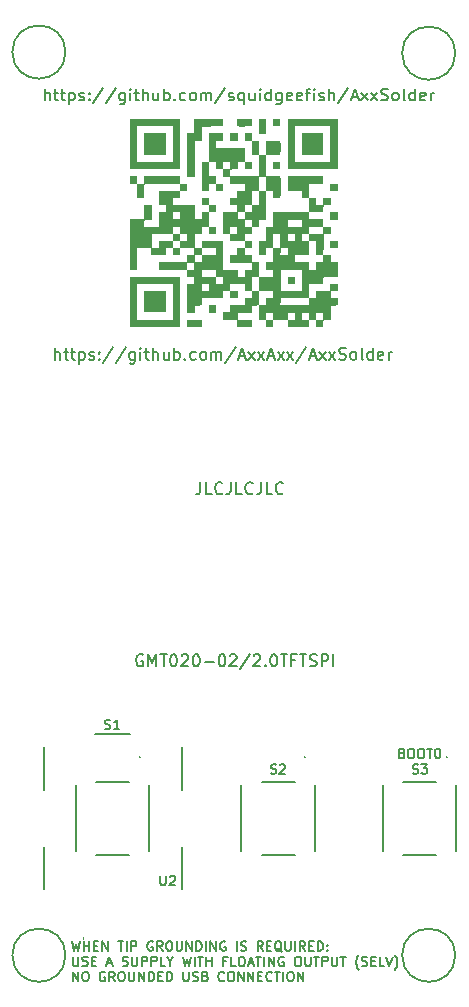
<source format=gbr>
%TF.GenerationSoftware,KiCad,Pcbnew,7.0.7*%
%TF.CreationDate,2024-05-25T17:21:06-04:00*%
%TF.ProjectId,AxxSolder,41787853-6f6c-4646-9572-2e6b69636164,rev?*%
%TF.SameCoordinates,Original*%
%TF.FileFunction,Legend,Top*%
%TF.FilePolarity,Positive*%
%FSLAX46Y46*%
G04 Gerber Fmt 4.6, Leading zero omitted, Abs format (unit mm)*
G04 Created by KiCad (PCBNEW 7.0.7) date 2024-05-25 17:21:06*
%MOMM*%
%LPD*%
G01*
G04 APERTURE LIST*
%ADD10C,0.200000*%
%ADD11C,0.150000*%
%ADD12C,0.100000*%
G04 APERTURE END LIST*
D10*
X199400000Y-70800000D02*
G75*
G03*
X199400000Y-70800000I-2250000J0D01*
G01*
X166400000Y-70700000D02*
G75*
G03*
X166400000Y-70700000I-2250000J0D01*
G01*
X164645237Y-74802219D02*
X164645237Y-73802219D01*
X165073808Y-74802219D02*
X165073808Y-74278409D01*
X165073808Y-74278409D02*
X165026189Y-74183171D01*
X165026189Y-74183171D02*
X164930951Y-74135552D01*
X164930951Y-74135552D02*
X164788094Y-74135552D01*
X164788094Y-74135552D02*
X164692856Y-74183171D01*
X164692856Y-74183171D02*
X164645237Y-74230790D01*
X165407142Y-74135552D02*
X165788094Y-74135552D01*
X165549999Y-73802219D02*
X165549999Y-74659361D01*
X165549999Y-74659361D02*
X165597618Y-74754600D01*
X165597618Y-74754600D02*
X165692856Y-74802219D01*
X165692856Y-74802219D02*
X165788094Y-74802219D01*
X165978571Y-74135552D02*
X166359523Y-74135552D01*
X166121428Y-73802219D02*
X166121428Y-74659361D01*
X166121428Y-74659361D02*
X166169047Y-74754600D01*
X166169047Y-74754600D02*
X166264285Y-74802219D01*
X166264285Y-74802219D02*
X166359523Y-74802219D01*
X166692857Y-74135552D02*
X166692857Y-75135552D01*
X166692857Y-74183171D02*
X166788095Y-74135552D01*
X166788095Y-74135552D02*
X166978571Y-74135552D01*
X166978571Y-74135552D02*
X167073809Y-74183171D01*
X167073809Y-74183171D02*
X167121428Y-74230790D01*
X167121428Y-74230790D02*
X167169047Y-74326028D01*
X167169047Y-74326028D02*
X167169047Y-74611742D01*
X167169047Y-74611742D02*
X167121428Y-74706980D01*
X167121428Y-74706980D02*
X167073809Y-74754600D01*
X167073809Y-74754600D02*
X166978571Y-74802219D01*
X166978571Y-74802219D02*
X166788095Y-74802219D01*
X166788095Y-74802219D02*
X166692857Y-74754600D01*
X167550000Y-74754600D02*
X167645238Y-74802219D01*
X167645238Y-74802219D02*
X167835714Y-74802219D01*
X167835714Y-74802219D02*
X167930952Y-74754600D01*
X167930952Y-74754600D02*
X167978571Y-74659361D01*
X167978571Y-74659361D02*
X167978571Y-74611742D01*
X167978571Y-74611742D02*
X167930952Y-74516504D01*
X167930952Y-74516504D02*
X167835714Y-74468885D01*
X167835714Y-74468885D02*
X167692857Y-74468885D01*
X167692857Y-74468885D02*
X167597619Y-74421266D01*
X167597619Y-74421266D02*
X167550000Y-74326028D01*
X167550000Y-74326028D02*
X167550000Y-74278409D01*
X167550000Y-74278409D02*
X167597619Y-74183171D01*
X167597619Y-74183171D02*
X167692857Y-74135552D01*
X167692857Y-74135552D02*
X167835714Y-74135552D01*
X167835714Y-74135552D02*
X167930952Y-74183171D01*
X168407143Y-74706980D02*
X168454762Y-74754600D01*
X168454762Y-74754600D02*
X168407143Y-74802219D01*
X168407143Y-74802219D02*
X168359524Y-74754600D01*
X168359524Y-74754600D02*
X168407143Y-74706980D01*
X168407143Y-74706980D02*
X168407143Y-74802219D01*
X168407143Y-74183171D02*
X168454762Y-74230790D01*
X168454762Y-74230790D02*
X168407143Y-74278409D01*
X168407143Y-74278409D02*
X168359524Y-74230790D01*
X168359524Y-74230790D02*
X168407143Y-74183171D01*
X168407143Y-74183171D02*
X168407143Y-74278409D01*
X169597618Y-73754600D02*
X168740476Y-75040314D01*
X170645237Y-73754600D02*
X169788095Y-75040314D01*
X171407142Y-74135552D02*
X171407142Y-74945076D01*
X171407142Y-74945076D02*
X171359523Y-75040314D01*
X171359523Y-75040314D02*
X171311904Y-75087933D01*
X171311904Y-75087933D02*
X171216666Y-75135552D01*
X171216666Y-75135552D02*
X171073809Y-75135552D01*
X171073809Y-75135552D02*
X170978571Y-75087933D01*
X171407142Y-74754600D02*
X171311904Y-74802219D01*
X171311904Y-74802219D02*
X171121428Y-74802219D01*
X171121428Y-74802219D02*
X171026190Y-74754600D01*
X171026190Y-74754600D02*
X170978571Y-74706980D01*
X170978571Y-74706980D02*
X170930952Y-74611742D01*
X170930952Y-74611742D02*
X170930952Y-74326028D01*
X170930952Y-74326028D02*
X170978571Y-74230790D01*
X170978571Y-74230790D02*
X171026190Y-74183171D01*
X171026190Y-74183171D02*
X171121428Y-74135552D01*
X171121428Y-74135552D02*
X171311904Y-74135552D01*
X171311904Y-74135552D02*
X171407142Y-74183171D01*
X171883333Y-74802219D02*
X171883333Y-74135552D01*
X171883333Y-73802219D02*
X171835714Y-73849838D01*
X171835714Y-73849838D02*
X171883333Y-73897457D01*
X171883333Y-73897457D02*
X171930952Y-73849838D01*
X171930952Y-73849838D02*
X171883333Y-73802219D01*
X171883333Y-73802219D02*
X171883333Y-73897457D01*
X172216666Y-74135552D02*
X172597618Y-74135552D01*
X172359523Y-73802219D02*
X172359523Y-74659361D01*
X172359523Y-74659361D02*
X172407142Y-74754600D01*
X172407142Y-74754600D02*
X172502380Y-74802219D01*
X172502380Y-74802219D02*
X172597618Y-74802219D01*
X172930952Y-74802219D02*
X172930952Y-73802219D01*
X173359523Y-74802219D02*
X173359523Y-74278409D01*
X173359523Y-74278409D02*
X173311904Y-74183171D01*
X173311904Y-74183171D02*
X173216666Y-74135552D01*
X173216666Y-74135552D02*
X173073809Y-74135552D01*
X173073809Y-74135552D02*
X172978571Y-74183171D01*
X172978571Y-74183171D02*
X172930952Y-74230790D01*
X174264285Y-74135552D02*
X174264285Y-74802219D01*
X173835714Y-74135552D02*
X173835714Y-74659361D01*
X173835714Y-74659361D02*
X173883333Y-74754600D01*
X173883333Y-74754600D02*
X173978571Y-74802219D01*
X173978571Y-74802219D02*
X174121428Y-74802219D01*
X174121428Y-74802219D02*
X174216666Y-74754600D01*
X174216666Y-74754600D02*
X174264285Y-74706980D01*
X174740476Y-74802219D02*
X174740476Y-73802219D01*
X174740476Y-74183171D02*
X174835714Y-74135552D01*
X174835714Y-74135552D02*
X175026190Y-74135552D01*
X175026190Y-74135552D02*
X175121428Y-74183171D01*
X175121428Y-74183171D02*
X175169047Y-74230790D01*
X175169047Y-74230790D02*
X175216666Y-74326028D01*
X175216666Y-74326028D02*
X175216666Y-74611742D01*
X175216666Y-74611742D02*
X175169047Y-74706980D01*
X175169047Y-74706980D02*
X175121428Y-74754600D01*
X175121428Y-74754600D02*
X175026190Y-74802219D01*
X175026190Y-74802219D02*
X174835714Y-74802219D01*
X174835714Y-74802219D02*
X174740476Y-74754600D01*
X175645238Y-74706980D02*
X175692857Y-74754600D01*
X175692857Y-74754600D02*
X175645238Y-74802219D01*
X175645238Y-74802219D02*
X175597619Y-74754600D01*
X175597619Y-74754600D02*
X175645238Y-74706980D01*
X175645238Y-74706980D02*
X175645238Y-74802219D01*
X176549999Y-74754600D02*
X176454761Y-74802219D01*
X176454761Y-74802219D02*
X176264285Y-74802219D01*
X176264285Y-74802219D02*
X176169047Y-74754600D01*
X176169047Y-74754600D02*
X176121428Y-74706980D01*
X176121428Y-74706980D02*
X176073809Y-74611742D01*
X176073809Y-74611742D02*
X176073809Y-74326028D01*
X176073809Y-74326028D02*
X176121428Y-74230790D01*
X176121428Y-74230790D02*
X176169047Y-74183171D01*
X176169047Y-74183171D02*
X176264285Y-74135552D01*
X176264285Y-74135552D02*
X176454761Y-74135552D01*
X176454761Y-74135552D02*
X176549999Y-74183171D01*
X177121428Y-74802219D02*
X177026190Y-74754600D01*
X177026190Y-74754600D02*
X176978571Y-74706980D01*
X176978571Y-74706980D02*
X176930952Y-74611742D01*
X176930952Y-74611742D02*
X176930952Y-74326028D01*
X176930952Y-74326028D02*
X176978571Y-74230790D01*
X176978571Y-74230790D02*
X177026190Y-74183171D01*
X177026190Y-74183171D02*
X177121428Y-74135552D01*
X177121428Y-74135552D02*
X177264285Y-74135552D01*
X177264285Y-74135552D02*
X177359523Y-74183171D01*
X177359523Y-74183171D02*
X177407142Y-74230790D01*
X177407142Y-74230790D02*
X177454761Y-74326028D01*
X177454761Y-74326028D02*
X177454761Y-74611742D01*
X177454761Y-74611742D02*
X177407142Y-74706980D01*
X177407142Y-74706980D02*
X177359523Y-74754600D01*
X177359523Y-74754600D02*
X177264285Y-74802219D01*
X177264285Y-74802219D02*
X177121428Y-74802219D01*
X177883333Y-74802219D02*
X177883333Y-74135552D01*
X177883333Y-74230790D02*
X177930952Y-74183171D01*
X177930952Y-74183171D02*
X178026190Y-74135552D01*
X178026190Y-74135552D02*
X178169047Y-74135552D01*
X178169047Y-74135552D02*
X178264285Y-74183171D01*
X178264285Y-74183171D02*
X178311904Y-74278409D01*
X178311904Y-74278409D02*
X178311904Y-74802219D01*
X178311904Y-74278409D02*
X178359523Y-74183171D01*
X178359523Y-74183171D02*
X178454761Y-74135552D01*
X178454761Y-74135552D02*
X178597618Y-74135552D01*
X178597618Y-74135552D02*
X178692857Y-74183171D01*
X178692857Y-74183171D02*
X178740476Y-74278409D01*
X178740476Y-74278409D02*
X178740476Y-74802219D01*
X179930951Y-73754600D02*
X179073809Y-75040314D01*
X180216666Y-74754600D02*
X180311904Y-74802219D01*
X180311904Y-74802219D02*
X180502380Y-74802219D01*
X180502380Y-74802219D02*
X180597618Y-74754600D01*
X180597618Y-74754600D02*
X180645237Y-74659361D01*
X180645237Y-74659361D02*
X180645237Y-74611742D01*
X180645237Y-74611742D02*
X180597618Y-74516504D01*
X180597618Y-74516504D02*
X180502380Y-74468885D01*
X180502380Y-74468885D02*
X180359523Y-74468885D01*
X180359523Y-74468885D02*
X180264285Y-74421266D01*
X180264285Y-74421266D02*
X180216666Y-74326028D01*
X180216666Y-74326028D02*
X180216666Y-74278409D01*
X180216666Y-74278409D02*
X180264285Y-74183171D01*
X180264285Y-74183171D02*
X180359523Y-74135552D01*
X180359523Y-74135552D02*
X180502380Y-74135552D01*
X180502380Y-74135552D02*
X180597618Y-74183171D01*
X181502380Y-74135552D02*
X181502380Y-75135552D01*
X181502380Y-74754600D02*
X181407142Y-74802219D01*
X181407142Y-74802219D02*
X181216666Y-74802219D01*
X181216666Y-74802219D02*
X181121428Y-74754600D01*
X181121428Y-74754600D02*
X181073809Y-74706980D01*
X181073809Y-74706980D02*
X181026190Y-74611742D01*
X181026190Y-74611742D02*
X181026190Y-74326028D01*
X181026190Y-74326028D02*
X181073809Y-74230790D01*
X181073809Y-74230790D02*
X181121428Y-74183171D01*
X181121428Y-74183171D02*
X181216666Y-74135552D01*
X181216666Y-74135552D02*
X181407142Y-74135552D01*
X181407142Y-74135552D02*
X181502380Y-74183171D01*
X182407142Y-74135552D02*
X182407142Y-74802219D01*
X181978571Y-74135552D02*
X181978571Y-74659361D01*
X181978571Y-74659361D02*
X182026190Y-74754600D01*
X182026190Y-74754600D02*
X182121428Y-74802219D01*
X182121428Y-74802219D02*
X182264285Y-74802219D01*
X182264285Y-74802219D02*
X182359523Y-74754600D01*
X182359523Y-74754600D02*
X182407142Y-74706980D01*
X182883333Y-74802219D02*
X182883333Y-74135552D01*
X182883333Y-73802219D02*
X182835714Y-73849838D01*
X182835714Y-73849838D02*
X182883333Y-73897457D01*
X182883333Y-73897457D02*
X182930952Y-73849838D01*
X182930952Y-73849838D02*
X182883333Y-73802219D01*
X182883333Y-73802219D02*
X182883333Y-73897457D01*
X183788094Y-74802219D02*
X183788094Y-73802219D01*
X183788094Y-74754600D02*
X183692856Y-74802219D01*
X183692856Y-74802219D02*
X183502380Y-74802219D01*
X183502380Y-74802219D02*
X183407142Y-74754600D01*
X183407142Y-74754600D02*
X183359523Y-74706980D01*
X183359523Y-74706980D02*
X183311904Y-74611742D01*
X183311904Y-74611742D02*
X183311904Y-74326028D01*
X183311904Y-74326028D02*
X183359523Y-74230790D01*
X183359523Y-74230790D02*
X183407142Y-74183171D01*
X183407142Y-74183171D02*
X183502380Y-74135552D01*
X183502380Y-74135552D02*
X183692856Y-74135552D01*
X183692856Y-74135552D02*
X183788094Y-74183171D01*
X184692856Y-74135552D02*
X184692856Y-74945076D01*
X184692856Y-74945076D02*
X184645237Y-75040314D01*
X184645237Y-75040314D02*
X184597618Y-75087933D01*
X184597618Y-75087933D02*
X184502380Y-75135552D01*
X184502380Y-75135552D02*
X184359523Y-75135552D01*
X184359523Y-75135552D02*
X184264285Y-75087933D01*
X184692856Y-74754600D02*
X184597618Y-74802219D01*
X184597618Y-74802219D02*
X184407142Y-74802219D01*
X184407142Y-74802219D02*
X184311904Y-74754600D01*
X184311904Y-74754600D02*
X184264285Y-74706980D01*
X184264285Y-74706980D02*
X184216666Y-74611742D01*
X184216666Y-74611742D02*
X184216666Y-74326028D01*
X184216666Y-74326028D02*
X184264285Y-74230790D01*
X184264285Y-74230790D02*
X184311904Y-74183171D01*
X184311904Y-74183171D02*
X184407142Y-74135552D01*
X184407142Y-74135552D02*
X184597618Y-74135552D01*
X184597618Y-74135552D02*
X184692856Y-74183171D01*
X185549999Y-74754600D02*
X185454761Y-74802219D01*
X185454761Y-74802219D02*
X185264285Y-74802219D01*
X185264285Y-74802219D02*
X185169047Y-74754600D01*
X185169047Y-74754600D02*
X185121428Y-74659361D01*
X185121428Y-74659361D02*
X185121428Y-74278409D01*
X185121428Y-74278409D02*
X185169047Y-74183171D01*
X185169047Y-74183171D02*
X185264285Y-74135552D01*
X185264285Y-74135552D02*
X185454761Y-74135552D01*
X185454761Y-74135552D02*
X185549999Y-74183171D01*
X185549999Y-74183171D02*
X185597618Y-74278409D01*
X185597618Y-74278409D02*
X185597618Y-74373647D01*
X185597618Y-74373647D02*
X185121428Y-74468885D01*
X186407142Y-74754600D02*
X186311904Y-74802219D01*
X186311904Y-74802219D02*
X186121428Y-74802219D01*
X186121428Y-74802219D02*
X186026190Y-74754600D01*
X186026190Y-74754600D02*
X185978571Y-74659361D01*
X185978571Y-74659361D02*
X185978571Y-74278409D01*
X185978571Y-74278409D02*
X186026190Y-74183171D01*
X186026190Y-74183171D02*
X186121428Y-74135552D01*
X186121428Y-74135552D02*
X186311904Y-74135552D01*
X186311904Y-74135552D02*
X186407142Y-74183171D01*
X186407142Y-74183171D02*
X186454761Y-74278409D01*
X186454761Y-74278409D02*
X186454761Y-74373647D01*
X186454761Y-74373647D02*
X185978571Y-74468885D01*
X186740476Y-74135552D02*
X187121428Y-74135552D01*
X186883333Y-74802219D02*
X186883333Y-73945076D01*
X186883333Y-73945076D02*
X186930952Y-73849838D01*
X186930952Y-73849838D02*
X187026190Y-73802219D01*
X187026190Y-73802219D02*
X187121428Y-73802219D01*
X187454762Y-74802219D02*
X187454762Y-74135552D01*
X187454762Y-73802219D02*
X187407143Y-73849838D01*
X187407143Y-73849838D02*
X187454762Y-73897457D01*
X187454762Y-73897457D02*
X187502381Y-73849838D01*
X187502381Y-73849838D02*
X187454762Y-73802219D01*
X187454762Y-73802219D02*
X187454762Y-73897457D01*
X187883333Y-74754600D02*
X187978571Y-74802219D01*
X187978571Y-74802219D02*
X188169047Y-74802219D01*
X188169047Y-74802219D02*
X188264285Y-74754600D01*
X188264285Y-74754600D02*
X188311904Y-74659361D01*
X188311904Y-74659361D02*
X188311904Y-74611742D01*
X188311904Y-74611742D02*
X188264285Y-74516504D01*
X188264285Y-74516504D02*
X188169047Y-74468885D01*
X188169047Y-74468885D02*
X188026190Y-74468885D01*
X188026190Y-74468885D02*
X187930952Y-74421266D01*
X187930952Y-74421266D02*
X187883333Y-74326028D01*
X187883333Y-74326028D02*
X187883333Y-74278409D01*
X187883333Y-74278409D02*
X187930952Y-74183171D01*
X187930952Y-74183171D02*
X188026190Y-74135552D01*
X188026190Y-74135552D02*
X188169047Y-74135552D01*
X188169047Y-74135552D02*
X188264285Y-74183171D01*
X188740476Y-74802219D02*
X188740476Y-73802219D01*
X189169047Y-74802219D02*
X189169047Y-74278409D01*
X189169047Y-74278409D02*
X189121428Y-74183171D01*
X189121428Y-74183171D02*
X189026190Y-74135552D01*
X189026190Y-74135552D02*
X188883333Y-74135552D01*
X188883333Y-74135552D02*
X188788095Y-74183171D01*
X188788095Y-74183171D02*
X188740476Y-74230790D01*
X190359523Y-73754600D02*
X189502381Y-75040314D01*
X190645238Y-74516504D02*
X191121428Y-74516504D01*
X190550000Y-74802219D02*
X190883333Y-73802219D01*
X190883333Y-73802219D02*
X191216666Y-74802219D01*
X191454762Y-74802219D02*
X191978571Y-74135552D01*
X191454762Y-74135552D02*
X191978571Y-74802219D01*
X192264286Y-74802219D02*
X192788095Y-74135552D01*
X192264286Y-74135552D02*
X192788095Y-74802219D01*
X193121429Y-74754600D02*
X193264286Y-74802219D01*
X193264286Y-74802219D02*
X193502381Y-74802219D01*
X193502381Y-74802219D02*
X193597619Y-74754600D01*
X193597619Y-74754600D02*
X193645238Y-74706980D01*
X193645238Y-74706980D02*
X193692857Y-74611742D01*
X193692857Y-74611742D02*
X193692857Y-74516504D01*
X193692857Y-74516504D02*
X193645238Y-74421266D01*
X193645238Y-74421266D02*
X193597619Y-74373647D01*
X193597619Y-74373647D02*
X193502381Y-74326028D01*
X193502381Y-74326028D02*
X193311905Y-74278409D01*
X193311905Y-74278409D02*
X193216667Y-74230790D01*
X193216667Y-74230790D02*
X193169048Y-74183171D01*
X193169048Y-74183171D02*
X193121429Y-74087933D01*
X193121429Y-74087933D02*
X193121429Y-73992695D01*
X193121429Y-73992695D02*
X193169048Y-73897457D01*
X193169048Y-73897457D02*
X193216667Y-73849838D01*
X193216667Y-73849838D02*
X193311905Y-73802219D01*
X193311905Y-73802219D02*
X193550000Y-73802219D01*
X193550000Y-73802219D02*
X193692857Y-73849838D01*
X194264286Y-74802219D02*
X194169048Y-74754600D01*
X194169048Y-74754600D02*
X194121429Y-74706980D01*
X194121429Y-74706980D02*
X194073810Y-74611742D01*
X194073810Y-74611742D02*
X194073810Y-74326028D01*
X194073810Y-74326028D02*
X194121429Y-74230790D01*
X194121429Y-74230790D02*
X194169048Y-74183171D01*
X194169048Y-74183171D02*
X194264286Y-74135552D01*
X194264286Y-74135552D02*
X194407143Y-74135552D01*
X194407143Y-74135552D02*
X194502381Y-74183171D01*
X194502381Y-74183171D02*
X194550000Y-74230790D01*
X194550000Y-74230790D02*
X194597619Y-74326028D01*
X194597619Y-74326028D02*
X194597619Y-74611742D01*
X194597619Y-74611742D02*
X194550000Y-74706980D01*
X194550000Y-74706980D02*
X194502381Y-74754600D01*
X194502381Y-74754600D02*
X194407143Y-74802219D01*
X194407143Y-74802219D02*
X194264286Y-74802219D01*
X195169048Y-74802219D02*
X195073810Y-74754600D01*
X195073810Y-74754600D02*
X195026191Y-74659361D01*
X195026191Y-74659361D02*
X195026191Y-73802219D01*
X195978572Y-74802219D02*
X195978572Y-73802219D01*
X195978572Y-74754600D02*
X195883334Y-74802219D01*
X195883334Y-74802219D02*
X195692858Y-74802219D01*
X195692858Y-74802219D02*
X195597620Y-74754600D01*
X195597620Y-74754600D02*
X195550001Y-74706980D01*
X195550001Y-74706980D02*
X195502382Y-74611742D01*
X195502382Y-74611742D02*
X195502382Y-74326028D01*
X195502382Y-74326028D02*
X195550001Y-74230790D01*
X195550001Y-74230790D02*
X195597620Y-74183171D01*
X195597620Y-74183171D02*
X195692858Y-74135552D01*
X195692858Y-74135552D02*
X195883334Y-74135552D01*
X195883334Y-74135552D02*
X195978572Y-74183171D01*
X196835715Y-74754600D02*
X196740477Y-74802219D01*
X196740477Y-74802219D02*
X196550001Y-74802219D01*
X196550001Y-74802219D02*
X196454763Y-74754600D01*
X196454763Y-74754600D02*
X196407144Y-74659361D01*
X196407144Y-74659361D02*
X196407144Y-74278409D01*
X196407144Y-74278409D02*
X196454763Y-74183171D01*
X196454763Y-74183171D02*
X196550001Y-74135552D01*
X196550001Y-74135552D02*
X196740477Y-74135552D01*
X196740477Y-74135552D02*
X196835715Y-74183171D01*
X196835715Y-74183171D02*
X196883334Y-74278409D01*
X196883334Y-74278409D02*
X196883334Y-74373647D01*
X196883334Y-74373647D02*
X196407144Y-74468885D01*
X197311906Y-74802219D02*
X197311906Y-74135552D01*
X197311906Y-74326028D02*
X197359525Y-74230790D01*
X197359525Y-74230790D02*
X197407144Y-74183171D01*
X197407144Y-74183171D02*
X197502382Y-74135552D01*
X197502382Y-74135552D02*
X197597620Y-74135552D01*
X172940476Y-121749838D02*
X172845238Y-121702219D01*
X172845238Y-121702219D02*
X172702381Y-121702219D01*
X172702381Y-121702219D02*
X172559524Y-121749838D01*
X172559524Y-121749838D02*
X172464286Y-121845076D01*
X172464286Y-121845076D02*
X172416667Y-121940314D01*
X172416667Y-121940314D02*
X172369048Y-122130790D01*
X172369048Y-122130790D02*
X172369048Y-122273647D01*
X172369048Y-122273647D02*
X172416667Y-122464123D01*
X172416667Y-122464123D02*
X172464286Y-122559361D01*
X172464286Y-122559361D02*
X172559524Y-122654600D01*
X172559524Y-122654600D02*
X172702381Y-122702219D01*
X172702381Y-122702219D02*
X172797619Y-122702219D01*
X172797619Y-122702219D02*
X172940476Y-122654600D01*
X172940476Y-122654600D02*
X172988095Y-122606980D01*
X172988095Y-122606980D02*
X172988095Y-122273647D01*
X172988095Y-122273647D02*
X172797619Y-122273647D01*
X173416667Y-122702219D02*
X173416667Y-121702219D01*
X173416667Y-121702219D02*
X173750000Y-122416504D01*
X173750000Y-122416504D02*
X174083333Y-121702219D01*
X174083333Y-121702219D02*
X174083333Y-122702219D01*
X174416667Y-121702219D02*
X174988095Y-121702219D01*
X174702381Y-122702219D02*
X174702381Y-121702219D01*
X175511905Y-121702219D02*
X175607143Y-121702219D01*
X175607143Y-121702219D02*
X175702381Y-121749838D01*
X175702381Y-121749838D02*
X175750000Y-121797457D01*
X175750000Y-121797457D02*
X175797619Y-121892695D01*
X175797619Y-121892695D02*
X175845238Y-122083171D01*
X175845238Y-122083171D02*
X175845238Y-122321266D01*
X175845238Y-122321266D02*
X175797619Y-122511742D01*
X175797619Y-122511742D02*
X175750000Y-122606980D01*
X175750000Y-122606980D02*
X175702381Y-122654600D01*
X175702381Y-122654600D02*
X175607143Y-122702219D01*
X175607143Y-122702219D02*
X175511905Y-122702219D01*
X175511905Y-122702219D02*
X175416667Y-122654600D01*
X175416667Y-122654600D02*
X175369048Y-122606980D01*
X175369048Y-122606980D02*
X175321429Y-122511742D01*
X175321429Y-122511742D02*
X175273810Y-122321266D01*
X175273810Y-122321266D02*
X175273810Y-122083171D01*
X175273810Y-122083171D02*
X175321429Y-121892695D01*
X175321429Y-121892695D02*
X175369048Y-121797457D01*
X175369048Y-121797457D02*
X175416667Y-121749838D01*
X175416667Y-121749838D02*
X175511905Y-121702219D01*
X176226191Y-121797457D02*
X176273810Y-121749838D01*
X176273810Y-121749838D02*
X176369048Y-121702219D01*
X176369048Y-121702219D02*
X176607143Y-121702219D01*
X176607143Y-121702219D02*
X176702381Y-121749838D01*
X176702381Y-121749838D02*
X176750000Y-121797457D01*
X176750000Y-121797457D02*
X176797619Y-121892695D01*
X176797619Y-121892695D02*
X176797619Y-121987933D01*
X176797619Y-121987933D02*
X176750000Y-122130790D01*
X176750000Y-122130790D02*
X176178572Y-122702219D01*
X176178572Y-122702219D02*
X176797619Y-122702219D01*
X177416667Y-121702219D02*
X177511905Y-121702219D01*
X177511905Y-121702219D02*
X177607143Y-121749838D01*
X177607143Y-121749838D02*
X177654762Y-121797457D01*
X177654762Y-121797457D02*
X177702381Y-121892695D01*
X177702381Y-121892695D02*
X177750000Y-122083171D01*
X177750000Y-122083171D02*
X177750000Y-122321266D01*
X177750000Y-122321266D02*
X177702381Y-122511742D01*
X177702381Y-122511742D02*
X177654762Y-122606980D01*
X177654762Y-122606980D02*
X177607143Y-122654600D01*
X177607143Y-122654600D02*
X177511905Y-122702219D01*
X177511905Y-122702219D02*
X177416667Y-122702219D01*
X177416667Y-122702219D02*
X177321429Y-122654600D01*
X177321429Y-122654600D02*
X177273810Y-122606980D01*
X177273810Y-122606980D02*
X177226191Y-122511742D01*
X177226191Y-122511742D02*
X177178572Y-122321266D01*
X177178572Y-122321266D02*
X177178572Y-122083171D01*
X177178572Y-122083171D02*
X177226191Y-121892695D01*
X177226191Y-121892695D02*
X177273810Y-121797457D01*
X177273810Y-121797457D02*
X177321429Y-121749838D01*
X177321429Y-121749838D02*
X177416667Y-121702219D01*
X178178572Y-122321266D02*
X178940477Y-122321266D01*
X179607143Y-121702219D02*
X179702381Y-121702219D01*
X179702381Y-121702219D02*
X179797619Y-121749838D01*
X179797619Y-121749838D02*
X179845238Y-121797457D01*
X179845238Y-121797457D02*
X179892857Y-121892695D01*
X179892857Y-121892695D02*
X179940476Y-122083171D01*
X179940476Y-122083171D02*
X179940476Y-122321266D01*
X179940476Y-122321266D02*
X179892857Y-122511742D01*
X179892857Y-122511742D02*
X179845238Y-122606980D01*
X179845238Y-122606980D02*
X179797619Y-122654600D01*
X179797619Y-122654600D02*
X179702381Y-122702219D01*
X179702381Y-122702219D02*
X179607143Y-122702219D01*
X179607143Y-122702219D02*
X179511905Y-122654600D01*
X179511905Y-122654600D02*
X179464286Y-122606980D01*
X179464286Y-122606980D02*
X179416667Y-122511742D01*
X179416667Y-122511742D02*
X179369048Y-122321266D01*
X179369048Y-122321266D02*
X179369048Y-122083171D01*
X179369048Y-122083171D02*
X179416667Y-121892695D01*
X179416667Y-121892695D02*
X179464286Y-121797457D01*
X179464286Y-121797457D02*
X179511905Y-121749838D01*
X179511905Y-121749838D02*
X179607143Y-121702219D01*
X180321429Y-121797457D02*
X180369048Y-121749838D01*
X180369048Y-121749838D02*
X180464286Y-121702219D01*
X180464286Y-121702219D02*
X180702381Y-121702219D01*
X180702381Y-121702219D02*
X180797619Y-121749838D01*
X180797619Y-121749838D02*
X180845238Y-121797457D01*
X180845238Y-121797457D02*
X180892857Y-121892695D01*
X180892857Y-121892695D02*
X180892857Y-121987933D01*
X180892857Y-121987933D02*
X180845238Y-122130790D01*
X180845238Y-122130790D02*
X180273810Y-122702219D01*
X180273810Y-122702219D02*
X180892857Y-122702219D01*
X182035714Y-121654600D02*
X181178572Y-122940314D01*
X182321429Y-121797457D02*
X182369048Y-121749838D01*
X182369048Y-121749838D02*
X182464286Y-121702219D01*
X182464286Y-121702219D02*
X182702381Y-121702219D01*
X182702381Y-121702219D02*
X182797619Y-121749838D01*
X182797619Y-121749838D02*
X182845238Y-121797457D01*
X182845238Y-121797457D02*
X182892857Y-121892695D01*
X182892857Y-121892695D02*
X182892857Y-121987933D01*
X182892857Y-121987933D02*
X182845238Y-122130790D01*
X182845238Y-122130790D02*
X182273810Y-122702219D01*
X182273810Y-122702219D02*
X182892857Y-122702219D01*
X183321429Y-122606980D02*
X183369048Y-122654600D01*
X183369048Y-122654600D02*
X183321429Y-122702219D01*
X183321429Y-122702219D02*
X183273810Y-122654600D01*
X183273810Y-122654600D02*
X183321429Y-122606980D01*
X183321429Y-122606980D02*
X183321429Y-122702219D01*
X183988095Y-121702219D02*
X184083333Y-121702219D01*
X184083333Y-121702219D02*
X184178571Y-121749838D01*
X184178571Y-121749838D02*
X184226190Y-121797457D01*
X184226190Y-121797457D02*
X184273809Y-121892695D01*
X184273809Y-121892695D02*
X184321428Y-122083171D01*
X184321428Y-122083171D02*
X184321428Y-122321266D01*
X184321428Y-122321266D02*
X184273809Y-122511742D01*
X184273809Y-122511742D02*
X184226190Y-122606980D01*
X184226190Y-122606980D02*
X184178571Y-122654600D01*
X184178571Y-122654600D02*
X184083333Y-122702219D01*
X184083333Y-122702219D02*
X183988095Y-122702219D01*
X183988095Y-122702219D02*
X183892857Y-122654600D01*
X183892857Y-122654600D02*
X183845238Y-122606980D01*
X183845238Y-122606980D02*
X183797619Y-122511742D01*
X183797619Y-122511742D02*
X183750000Y-122321266D01*
X183750000Y-122321266D02*
X183750000Y-122083171D01*
X183750000Y-122083171D02*
X183797619Y-121892695D01*
X183797619Y-121892695D02*
X183845238Y-121797457D01*
X183845238Y-121797457D02*
X183892857Y-121749838D01*
X183892857Y-121749838D02*
X183988095Y-121702219D01*
X184607143Y-121702219D02*
X185178571Y-121702219D01*
X184892857Y-122702219D02*
X184892857Y-121702219D01*
X185845238Y-122178409D02*
X185511905Y-122178409D01*
X185511905Y-122702219D02*
X185511905Y-121702219D01*
X185511905Y-121702219D02*
X185988095Y-121702219D01*
X186226191Y-121702219D02*
X186797619Y-121702219D01*
X186511905Y-122702219D02*
X186511905Y-121702219D01*
X187083334Y-122654600D02*
X187226191Y-122702219D01*
X187226191Y-122702219D02*
X187464286Y-122702219D01*
X187464286Y-122702219D02*
X187559524Y-122654600D01*
X187559524Y-122654600D02*
X187607143Y-122606980D01*
X187607143Y-122606980D02*
X187654762Y-122511742D01*
X187654762Y-122511742D02*
X187654762Y-122416504D01*
X187654762Y-122416504D02*
X187607143Y-122321266D01*
X187607143Y-122321266D02*
X187559524Y-122273647D01*
X187559524Y-122273647D02*
X187464286Y-122226028D01*
X187464286Y-122226028D02*
X187273810Y-122178409D01*
X187273810Y-122178409D02*
X187178572Y-122130790D01*
X187178572Y-122130790D02*
X187130953Y-122083171D01*
X187130953Y-122083171D02*
X187083334Y-121987933D01*
X187083334Y-121987933D02*
X187083334Y-121892695D01*
X187083334Y-121892695D02*
X187130953Y-121797457D01*
X187130953Y-121797457D02*
X187178572Y-121749838D01*
X187178572Y-121749838D02*
X187273810Y-121702219D01*
X187273810Y-121702219D02*
X187511905Y-121702219D01*
X187511905Y-121702219D02*
X187654762Y-121749838D01*
X188083334Y-122702219D02*
X188083334Y-121702219D01*
X188083334Y-121702219D02*
X188464286Y-121702219D01*
X188464286Y-121702219D02*
X188559524Y-121749838D01*
X188559524Y-121749838D02*
X188607143Y-121797457D01*
X188607143Y-121797457D02*
X188654762Y-121892695D01*
X188654762Y-121892695D02*
X188654762Y-122035552D01*
X188654762Y-122035552D02*
X188607143Y-122130790D01*
X188607143Y-122130790D02*
X188559524Y-122178409D01*
X188559524Y-122178409D02*
X188464286Y-122226028D01*
X188464286Y-122226028D02*
X188083334Y-122226028D01*
X189083334Y-122702219D02*
X189083334Y-121702219D01*
X199400000Y-147174734D02*
G75*
G03*
X199400000Y-147174734I-2250000J0D01*
G01*
X166400000Y-147174734D02*
G75*
G03*
X166400000Y-147174734I-2250000J0D01*
G01*
X165509522Y-96752219D02*
X165509522Y-95752219D01*
X165938093Y-96752219D02*
X165938093Y-96228409D01*
X165938093Y-96228409D02*
X165890474Y-96133171D01*
X165890474Y-96133171D02*
X165795236Y-96085552D01*
X165795236Y-96085552D02*
X165652379Y-96085552D01*
X165652379Y-96085552D02*
X165557141Y-96133171D01*
X165557141Y-96133171D02*
X165509522Y-96180790D01*
X166271427Y-96085552D02*
X166652379Y-96085552D01*
X166414284Y-95752219D02*
X166414284Y-96609361D01*
X166414284Y-96609361D02*
X166461903Y-96704600D01*
X166461903Y-96704600D02*
X166557141Y-96752219D01*
X166557141Y-96752219D02*
X166652379Y-96752219D01*
X166842856Y-96085552D02*
X167223808Y-96085552D01*
X166985713Y-95752219D02*
X166985713Y-96609361D01*
X166985713Y-96609361D02*
X167033332Y-96704600D01*
X167033332Y-96704600D02*
X167128570Y-96752219D01*
X167128570Y-96752219D02*
X167223808Y-96752219D01*
X167557142Y-96085552D02*
X167557142Y-97085552D01*
X167557142Y-96133171D02*
X167652380Y-96085552D01*
X167652380Y-96085552D02*
X167842856Y-96085552D01*
X167842856Y-96085552D02*
X167938094Y-96133171D01*
X167938094Y-96133171D02*
X167985713Y-96180790D01*
X167985713Y-96180790D02*
X168033332Y-96276028D01*
X168033332Y-96276028D02*
X168033332Y-96561742D01*
X168033332Y-96561742D02*
X167985713Y-96656980D01*
X167985713Y-96656980D02*
X167938094Y-96704600D01*
X167938094Y-96704600D02*
X167842856Y-96752219D01*
X167842856Y-96752219D02*
X167652380Y-96752219D01*
X167652380Y-96752219D02*
X167557142Y-96704600D01*
X168414285Y-96704600D02*
X168509523Y-96752219D01*
X168509523Y-96752219D02*
X168699999Y-96752219D01*
X168699999Y-96752219D02*
X168795237Y-96704600D01*
X168795237Y-96704600D02*
X168842856Y-96609361D01*
X168842856Y-96609361D02*
X168842856Y-96561742D01*
X168842856Y-96561742D02*
X168795237Y-96466504D01*
X168795237Y-96466504D02*
X168699999Y-96418885D01*
X168699999Y-96418885D02*
X168557142Y-96418885D01*
X168557142Y-96418885D02*
X168461904Y-96371266D01*
X168461904Y-96371266D02*
X168414285Y-96276028D01*
X168414285Y-96276028D02*
X168414285Y-96228409D01*
X168414285Y-96228409D02*
X168461904Y-96133171D01*
X168461904Y-96133171D02*
X168557142Y-96085552D01*
X168557142Y-96085552D02*
X168699999Y-96085552D01*
X168699999Y-96085552D02*
X168795237Y-96133171D01*
X169271428Y-96656980D02*
X169319047Y-96704600D01*
X169319047Y-96704600D02*
X169271428Y-96752219D01*
X169271428Y-96752219D02*
X169223809Y-96704600D01*
X169223809Y-96704600D02*
X169271428Y-96656980D01*
X169271428Y-96656980D02*
X169271428Y-96752219D01*
X169271428Y-96133171D02*
X169319047Y-96180790D01*
X169319047Y-96180790D02*
X169271428Y-96228409D01*
X169271428Y-96228409D02*
X169223809Y-96180790D01*
X169223809Y-96180790D02*
X169271428Y-96133171D01*
X169271428Y-96133171D02*
X169271428Y-96228409D01*
X170461903Y-95704600D02*
X169604761Y-96990314D01*
X171509522Y-95704600D02*
X170652380Y-96990314D01*
X172271427Y-96085552D02*
X172271427Y-96895076D01*
X172271427Y-96895076D02*
X172223808Y-96990314D01*
X172223808Y-96990314D02*
X172176189Y-97037933D01*
X172176189Y-97037933D02*
X172080951Y-97085552D01*
X172080951Y-97085552D02*
X171938094Y-97085552D01*
X171938094Y-97085552D02*
X171842856Y-97037933D01*
X172271427Y-96704600D02*
X172176189Y-96752219D01*
X172176189Y-96752219D02*
X171985713Y-96752219D01*
X171985713Y-96752219D02*
X171890475Y-96704600D01*
X171890475Y-96704600D02*
X171842856Y-96656980D01*
X171842856Y-96656980D02*
X171795237Y-96561742D01*
X171795237Y-96561742D02*
X171795237Y-96276028D01*
X171795237Y-96276028D02*
X171842856Y-96180790D01*
X171842856Y-96180790D02*
X171890475Y-96133171D01*
X171890475Y-96133171D02*
X171985713Y-96085552D01*
X171985713Y-96085552D02*
X172176189Y-96085552D01*
X172176189Y-96085552D02*
X172271427Y-96133171D01*
X172747618Y-96752219D02*
X172747618Y-96085552D01*
X172747618Y-95752219D02*
X172699999Y-95799838D01*
X172699999Y-95799838D02*
X172747618Y-95847457D01*
X172747618Y-95847457D02*
X172795237Y-95799838D01*
X172795237Y-95799838D02*
X172747618Y-95752219D01*
X172747618Y-95752219D02*
X172747618Y-95847457D01*
X173080951Y-96085552D02*
X173461903Y-96085552D01*
X173223808Y-95752219D02*
X173223808Y-96609361D01*
X173223808Y-96609361D02*
X173271427Y-96704600D01*
X173271427Y-96704600D02*
X173366665Y-96752219D01*
X173366665Y-96752219D02*
X173461903Y-96752219D01*
X173795237Y-96752219D02*
X173795237Y-95752219D01*
X174223808Y-96752219D02*
X174223808Y-96228409D01*
X174223808Y-96228409D02*
X174176189Y-96133171D01*
X174176189Y-96133171D02*
X174080951Y-96085552D01*
X174080951Y-96085552D02*
X173938094Y-96085552D01*
X173938094Y-96085552D02*
X173842856Y-96133171D01*
X173842856Y-96133171D02*
X173795237Y-96180790D01*
X175128570Y-96085552D02*
X175128570Y-96752219D01*
X174699999Y-96085552D02*
X174699999Y-96609361D01*
X174699999Y-96609361D02*
X174747618Y-96704600D01*
X174747618Y-96704600D02*
X174842856Y-96752219D01*
X174842856Y-96752219D02*
X174985713Y-96752219D01*
X174985713Y-96752219D02*
X175080951Y-96704600D01*
X175080951Y-96704600D02*
X175128570Y-96656980D01*
X175604761Y-96752219D02*
X175604761Y-95752219D01*
X175604761Y-96133171D02*
X175699999Y-96085552D01*
X175699999Y-96085552D02*
X175890475Y-96085552D01*
X175890475Y-96085552D02*
X175985713Y-96133171D01*
X175985713Y-96133171D02*
X176033332Y-96180790D01*
X176033332Y-96180790D02*
X176080951Y-96276028D01*
X176080951Y-96276028D02*
X176080951Y-96561742D01*
X176080951Y-96561742D02*
X176033332Y-96656980D01*
X176033332Y-96656980D02*
X175985713Y-96704600D01*
X175985713Y-96704600D02*
X175890475Y-96752219D01*
X175890475Y-96752219D02*
X175699999Y-96752219D01*
X175699999Y-96752219D02*
X175604761Y-96704600D01*
X176509523Y-96656980D02*
X176557142Y-96704600D01*
X176557142Y-96704600D02*
X176509523Y-96752219D01*
X176509523Y-96752219D02*
X176461904Y-96704600D01*
X176461904Y-96704600D02*
X176509523Y-96656980D01*
X176509523Y-96656980D02*
X176509523Y-96752219D01*
X177414284Y-96704600D02*
X177319046Y-96752219D01*
X177319046Y-96752219D02*
X177128570Y-96752219D01*
X177128570Y-96752219D02*
X177033332Y-96704600D01*
X177033332Y-96704600D02*
X176985713Y-96656980D01*
X176985713Y-96656980D02*
X176938094Y-96561742D01*
X176938094Y-96561742D02*
X176938094Y-96276028D01*
X176938094Y-96276028D02*
X176985713Y-96180790D01*
X176985713Y-96180790D02*
X177033332Y-96133171D01*
X177033332Y-96133171D02*
X177128570Y-96085552D01*
X177128570Y-96085552D02*
X177319046Y-96085552D01*
X177319046Y-96085552D02*
X177414284Y-96133171D01*
X177985713Y-96752219D02*
X177890475Y-96704600D01*
X177890475Y-96704600D02*
X177842856Y-96656980D01*
X177842856Y-96656980D02*
X177795237Y-96561742D01*
X177795237Y-96561742D02*
X177795237Y-96276028D01*
X177795237Y-96276028D02*
X177842856Y-96180790D01*
X177842856Y-96180790D02*
X177890475Y-96133171D01*
X177890475Y-96133171D02*
X177985713Y-96085552D01*
X177985713Y-96085552D02*
X178128570Y-96085552D01*
X178128570Y-96085552D02*
X178223808Y-96133171D01*
X178223808Y-96133171D02*
X178271427Y-96180790D01*
X178271427Y-96180790D02*
X178319046Y-96276028D01*
X178319046Y-96276028D02*
X178319046Y-96561742D01*
X178319046Y-96561742D02*
X178271427Y-96656980D01*
X178271427Y-96656980D02*
X178223808Y-96704600D01*
X178223808Y-96704600D02*
X178128570Y-96752219D01*
X178128570Y-96752219D02*
X177985713Y-96752219D01*
X178747618Y-96752219D02*
X178747618Y-96085552D01*
X178747618Y-96180790D02*
X178795237Y-96133171D01*
X178795237Y-96133171D02*
X178890475Y-96085552D01*
X178890475Y-96085552D02*
X179033332Y-96085552D01*
X179033332Y-96085552D02*
X179128570Y-96133171D01*
X179128570Y-96133171D02*
X179176189Y-96228409D01*
X179176189Y-96228409D02*
X179176189Y-96752219D01*
X179176189Y-96228409D02*
X179223808Y-96133171D01*
X179223808Y-96133171D02*
X179319046Y-96085552D01*
X179319046Y-96085552D02*
X179461903Y-96085552D01*
X179461903Y-96085552D02*
X179557142Y-96133171D01*
X179557142Y-96133171D02*
X179604761Y-96228409D01*
X179604761Y-96228409D02*
X179604761Y-96752219D01*
X180795236Y-95704600D02*
X179938094Y-96990314D01*
X181080951Y-96466504D02*
X181557141Y-96466504D01*
X180985713Y-96752219D02*
X181319046Y-95752219D01*
X181319046Y-95752219D02*
X181652379Y-96752219D01*
X181890475Y-96752219D02*
X182414284Y-96085552D01*
X181890475Y-96085552D02*
X182414284Y-96752219D01*
X182699999Y-96752219D02*
X183223808Y-96085552D01*
X182699999Y-96085552D02*
X183223808Y-96752219D01*
X183557142Y-96466504D02*
X184033332Y-96466504D01*
X183461904Y-96752219D02*
X183795237Y-95752219D01*
X183795237Y-95752219D02*
X184128570Y-96752219D01*
X184366666Y-96752219D02*
X184890475Y-96085552D01*
X184366666Y-96085552D02*
X184890475Y-96752219D01*
X185176190Y-96752219D02*
X185699999Y-96085552D01*
X185176190Y-96085552D02*
X185699999Y-96752219D01*
X186795237Y-95704600D02*
X185938095Y-96990314D01*
X187080952Y-96466504D02*
X187557142Y-96466504D01*
X186985714Y-96752219D02*
X187319047Y-95752219D01*
X187319047Y-95752219D02*
X187652380Y-96752219D01*
X187890476Y-96752219D02*
X188414285Y-96085552D01*
X187890476Y-96085552D02*
X188414285Y-96752219D01*
X188700000Y-96752219D02*
X189223809Y-96085552D01*
X188700000Y-96085552D02*
X189223809Y-96752219D01*
X189557143Y-96704600D02*
X189700000Y-96752219D01*
X189700000Y-96752219D02*
X189938095Y-96752219D01*
X189938095Y-96752219D02*
X190033333Y-96704600D01*
X190033333Y-96704600D02*
X190080952Y-96656980D01*
X190080952Y-96656980D02*
X190128571Y-96561742D01*
X190128571Y-96561742D02*
X190128571Y-96466504D01*
X190128571Y-96466504D02*
X190080952Y-96371266D01*
X190080952Y-96371266D02*
X190033333Y-96323647D01*
X190033333Y-96323647D02*
X189938095Y-96276028D01*
X189938095Y-96276028D02*
X189747619Y-96228409D01*
X189747619Y-96228409D02*
X189652381Y-96180790D01*
X189652381Y-96180790D02*
X189604762Y-96133171D01*
X189604762Y-96133171D02*
X189557143Y-96037933D01*
X189557143Y-96037933D02*
X189557143Y-95942695D01*
X189557143Y-95942695D02*
X189604762Y-95847457D01*
X189604762Y-95847457D02*
X189652381Y-95799838D01*
X189652381Y-95799838D02*
X189747619Y-95752219D01*
X189747619Y-95752219D02*
X189985714Y-95752219D01*
X189985714Y-95752219D02*
X190128571Y-95799838D01*
X190700000Y-96752219D02*
X190604762Y-96704600D01*
X190604762Y-96704600D02*
X190557143Y-96656980D01*
X190557143Y-96656980D02*
X190509524Y-96561742D01*
X190509524Y-96561742D02*
X190509524Y-96276028D01*
X190509524Y-96276028D02*
X190557143Y-96180790D01*
X190557143Y-96180790D02*
X190604762Y-96133171D01*
X190604762Y-96133171D02*
X190700000Y-96085552D01*
X190700000Y-96085552D02*
X190842857Y-96085552D01*
X190842857Y-96085552D02*
X190938095Y-96133171D01*
X190938095Y-96133171D02*
X190985714Y-96180790D01*
X190985714Y-96180790D02*
X191033333Y-96276028D01*
X191033333Y-96276028D02*
X191033333Y-96561742D01*
X191033333Y-96561742D02*
X190985714Y-96656980D01*
X190985714Y-96656980D02*
X190938095Y-96704600D01*
X190938095Y-96704600D02*
X190842857Y-96752219D01*
X190842857Y-96752219D02*
X190700000Y-96752219D01*
X191604762Y-96752219D02*
X191509524Y-96704600D01*
X191509524Y-96704600D02*
X191461905Y-96609361D01*
X191461905Y-96609361D02*
X191461905Y-95752219D01*
X192414286Y-96752219D02*
X192414286Y-95752219D01*
X192414286Y-96704600D02*
X192319048Y-96752219D01*
X192319048Y-96752219D02*
X192128572Y-96752219D01*
X192128572Y-96752219D02*
X192033334Y-96704600D01*
X192033334Y-96704600D02*
X191985715Y-96656980D01*
X191985715Y-96656980D02*
X191938096Y-96561742D01*
X191938096Y-96561742D02*
X191938096Y-96276028D01*
X191938096Y-96276028D02*
X191985715Y-96180790D01*
X191985715Y-96180790D02*
X192033334Y-96133171D01*
X192033334Y-96133171D02*
X192128572Y-96085552D01*
X192128572Y-96085552D02*
X192319048Y-96085552D01*
X192319048Y-96085552D02*
X192414286Y-96133171D01*
X193271429Y-96704600D02*
X193176191Y-96752219D01*
X193176191Y-96752219D02*
X192985715Y-96752219D01*
X192985715Y-96752219D02*
X192890477Y-96704600D01*
X192890477Y-96704600D02*
X192842858Y-96609361D01*
X192842858Y-96609361D02*
X192842858Y-96228409D01*
X192842858Y-96228409D02*
X192890477Y-96133171D01*
X192890477Y-96133171D02*
X192985715Y-96085552D01*
X192985715Y-96085552D02*
X193176191Y-96085552D01*
X193176191Y-96085552D02*
X193271429Y-96133171D01*
X193271429Y-96133171D02*
X193319048Y-96228409D01*
X193319048Y-96228409D02*
X193319048Y-96323647D01*
X193319048Y-96323647D02*
X192842858Y-96418885D01*
X193747620Y-96752219D02*
X193747620Y-96085552D01*
X193747620Y-96276028D02*
X193795239Y-96180790D01*
X193795239Y-96180790D02*
X193842858Y-96133171D01*
X193842858Y-96133171D02*
X193938096Y-96085552D01*
X193938096Y-96085552D02*
X194033334Y-96085552D01*
X177816666Y-107126953D02*
X177816666Y-107841238D01*
X177816666Y-107841238D02*
X177769047Y-107984095D01*
X177769047Y-107984095D02*
X177673809Y-108079334D01*
X177673809Y-108079334D02*
X177530952Y-108126953D01*
X177530952Y-108126953D02*
X177435714Y-108126953D01*
X178769047Y-108126953D02*
X178292857Y-108126953D01*
X178292857Y-108126953D02*
X178292857Y-107126953D01*
X179673809Y-108031714D02*
X179626190Y-108079334D01*
X179626190Y-108079334D02*
X179483333Y-108126953D01*
X179483333Y-108126953D02*
X179388095Y-108126953D01*
X179388095Y-108126953D02*
X179245238Y-108079334D01*
X179245238Y-108079334D02*
X179150000Y-107984095D01*
X179150000Y-107984095D02*
X179102381Y-107888857D01*
X179102381Y-107888857D02*
X179054762Y-107698381D01*
X179054762Y-107698381D02*
X179054762Y-107555524D01*
X179054762Y-107555524D02*
X179102381Y-107365048D01*
X179102381Y-107365048D02*
X179150000Y-107269810D01*
X179150000Y-107269810D02*
X179245238Y-107174572D01*
X179245238Y-107174572D02*
X179388095Y-107126953D01*
X179388095Y-107126953D02*
X179483333Y-107126953D01*
X179483333Y-107126953D02*
X179626190Y-107174572D01*
X179626190Y-107174572D02*
X179673809Y-107222191D01*
X180388095Y-107126953D02*
X180388095Y-107841238D01*
X180388095Y-107841238D02*
X180340476Y-107984095D01*
X180340476Y-107984095D02*
X180245238Y-108079334D01*
X180245238Y-108079334D02*
X180102381Y-108126953D01*
X180102381Y-108126953D02*
X180007143Y-108126953D01*
X181340476Y-108126953D02*
X180864286Y-108126953D01*
X180864286Y-108126953D02*
X180864286Y-107126953D01*
X182245238Y-108031714D02*
X182197619Y-108079334D01*
X182197619Y-108079334D02*
X182054762Y-108126953D01*
X182054762Y-108126953D02*
X181959524Y-108126953D01*
X181959524Y-108126953D02*
X181816667Y-108079334D01*
X181816667Y-108079334D02*
X181721429Y-107984095D01*
X181721429Y-107984095D02*
X181673810Y-107888857D01*
X181673810Y-107888857D02*
X181626191Y-107698381D01*
X181626191Y-107698381D02*
X181626191Y-107555524D01*
X181626191Y-107555524D02*
X181673810Y-107365048D01*
X181673810Y-107365048D02*
X181721429Y-107269810D01*
X181721429Y-107269810D02*
X181816667Y-107174572D01*
X181816667Y-107174572D02*
X181959524Y-107126953D01*
X181959524Y-107126953D02*
X182054762Y-107126953D01*
X182054762Y-107126953D02*
X182197619Y-107174572D01*
X182197619Y-107174572D02*
X182245238Y-107222191D01*
X182959524Y-107126953D02*
X182959524Y-107841238D01*
X182959524Y-107841238D02*
X182911905Y-107984095D01*
X182911905Y-107984095D02*
X182816667Y-108079334D01*
X182816667Y-108079334D02*
X182673810Y-108126953D01*
X182673810Y-108126953D02*
X182578572Y-108126953D01*
X183911905Y-108126953D02*
X183435715Y-108126953D01*
X183435715Y-108126953D02*
X183435715Y-107126953D01*
X184816667Y-108031714D02*
X184769048Y-108079334D01*
X184769048Y-108079334D02*
X184626191Y-108126953D01*
X184626191Y-108126953D02*
X184530953Y-108126953D01*
X184530953Y-108126953D02*
X184388096Y-108079334D01*
X184388096Y-108079334D02*
X184292858Y-107984095D01*
X184292858Y-107984095D02*
X184245239Y-107888857D01*
X184245239Y-107888857D02*
X184197620Y-107698381D01*
X184197620Y-107698381D02*
X184197620Y-107555524D01*
X184197620Y-107555524D02*
X184245239Y-107365048D01*
X184245239Y-107365048D02*
X184292858Y-107269810D01*
X184292858Y-107269810D02*
X184388096Y-107174572D01*
X184388096Y-107174572D02*
X184530953Y-107126953D01*
X184530953Y-107126953D02*
X184626191Y-107126953D01*
X184626191Y-107126953D02*
X184769048Y-107174572D01*
X184769048Y-107174572D02*
X184816667Y-107222191D01*
D11*
X194905826Y-130049981D02*
X195020112Y-130088076D01*
X195020112Y-130088076D02*
X195058207Y-130126172D01*
X195058207Y-130126172D02*
X195096303Y-130202362D01*
X195096303Y-130202362D02*
X195096303Y-130316648D01*
X195096303Y-130316648D02*
X195058207Y-130392838D01*
X195058207Y-130392838D02*
X195020112Y-130430934D01*
X195020112Y-130430934D02*
X194943922Y-130469029D01*
X194943922Y-130469029D02*
X194639160Y-130469029D01*
X194639160Y-130469029D02*
X194639160Y-129669029D01*
X194639160Y-129669029D02*
X194905826Y-129669029D01*
X194905826Y-129669029D02*
X194982017Y-129707124D01*
X194982017Y-129707124D02*
X195020112Y-129745219D01*
X195020112Y-129745219D02*
X195058207Y-129821410D01*
X195058207Y-129821410D02*
X195058207Y-129897600D01*
X195058207Y-129897600D02*
X195020112Y-129973791D01*
X195020112Y-129973791D02*
X194982017Y-130011886D01*
X194982017Y-130011886D02*
X194905826Y-130049981D01*
X194905826Y-130049981D02*
X194639160Y-130049981D01*
X195591541Y-129669029D02*
X195743922Y-129669029D01*
X195743922Y-129669029D02*
X195820112Y-129707124D01*
X195820112Y-129707124D02*
X195896303Y-129783314D01*
X195896303Y-129783314D02*
X195934398Y-129935695D01*
X195934398Y-129935695D02*
X195934398Y-130202362D01*
X195934398Y-130202362D02*
X195896303Y-130354743D01*
X195896303Y-130354743D02*
X195820112Y-130430934D01*
X195820112Y-130430934D02*
X195743922Y-130469029D01*
X195743922Y-130469029D02*
X195591541Y-130469029D01*
X195591541Y-130469029D02*
X195515350Y-130430934D01*
X195515350Y-130430934D02*
X195439160Y-130354743D01*
X195439160Y-130354743D02*
X195401064Y-130202362D01*
X195401064Y-130202362D02*
X195401064Y-129935695D01*
X195401064Y-129935695D02*
X195439160Y-129783314D01*
X195439160Y-129783314D02*
X195515350Y-129707124D01*
X195515350Y-129707124D02*
X195591541Y-129669029D01*
X196429636Y-129669029D02*
X196582017Y-129669029D01*
X196582017Y-129669029D02*
X196658207Y-129707124D01*
X196658207Y-129707124D02*
X196734398Y-129783314D01*
X196734398Y-129783314D02*
X196772493Y-129935695D01*
X196772493Y-129935695D02*
X196772493Y-130202362D01*
X196772493Y-130202362D02*
X196734398Y-130354743D01*
X196734398Y-130354743D02*
X196658207Y-130430934D01*
X196658207Y-130430934D02*
X196582017Y-130469029D01*
X196582017Y-130469029D02*
X196429636Y-130469029D01*
X196429636Y-130469029D02*
X196353445Y-130430934D01*
X196353445Y-130430934D02*
X196277255Y-130354743D01*
X196277255Y-130354743D02*
X196239159Y-130202362D01*
X196239159Y-130202362D02*
X196239159Y-129935695D01*
X196239159Y-129935695D02*
X196277255Y-129783314D01*
X196277255Y-129783314D02*
X196353445Y-129707124D01*
X196353445Y-129707124D02*
X196429636Y-129669029D01*
X197001064Y-129669029D02*
X197458207Y-129669029D01*
X197229635Y-130469029D02*
X197229635Y-129669029D01*
X197877255Y-129669029D02*
X197953445Y-129669029D01*
X197953445Y-129669029D02*
X198029636Y-129707124D01*
X198029636Y-129707124D02*
X198067731Y-129745219D01*
X198067731Y-129745219D02*
X198105826Y-129821410D01*
X198105826Y-129821410D02*
X198143921Y-129973791D01*
X198143921Y-129973791D02*
X198143921Y-130164267D01*
X198143921Y-130164267D02*
X198105826Y-130316648D01*
X198105826Y-130316648D02*
X198067731Y-130392838D01*
X198067731Y-130392838D02*
X198029636Y-130430934D01*
X198029636Y-130430934D02*
X197953445Y-130469029D01*
X197953445Y-130469029D02*
X197877255Y-130469029D01*
X197877255Y-130469029D02*
X197801064Y-130430934D01*
X197801064Y-130430934D02*
X197762969Y-130392838D01*
X197762969Y-130392838D02*
X197724874Y-130316648D01*
X197724874Y-130316648D02*
X197686778Y-130164267D01*
X197686778Y-130164267D02*
X197686778Y-129973791D01*
X197686778Y-129973791D02*
X197724874Y-129821410D01*
X197724874Y-129821410D02*
X197762969Y-129745219D01*
X197762969Y-129745219D02*
X197801064Y-129707124D01*
X197801064Y-129707124D02*
X197877255Y-129669029D01*
X166962969Y-145993029D02*
X167153445Y-146793029D01*
X167153445Y-146793029D02*
X167305826Y-146221600D01*
X167305826Y-146221600D02*
X167458207Y-146793029D01*
X167458207Y-146793029D02*
X167648684Y-145993029D01*
X167953446Y-146793029D02*
X167953446Y-145993029D01*
X167953446Y-146373981D02*
X168410589Y-146373981D01*
X168410589Y-146793029D02*
X168410589Y-145993029D01*
X168791541Y-146373981D02*
X169058207Y-146373981D01*
X169172493Y-146793029D02*
X168791541Y-146793029D01*
X168791541Y-146793029D02*
X168791541Y-145993029D01*
X168791541Y-145993029D02*
X169172493Y-145993029D01*
X169515351Y-146793029D02*
X169515351Y-145993029D01*
X169515351Y-145993029D02*
X169972494Y-146793029D01*
X169972494Y-146793029D02*
X169972494Y-145993029D01*
X170848684Y-145993029D02*
X171305827Y-145993029D01*
X171077255Y-146793029D02*
X171077255Y-145993029D01*
X171572494Y-146793029D02*
X171572494Y-145993029D01*
X171953446Y-146793029D02*
X171953446Y-145993029D01*
X171953446Y-145993029D02*
X172258208Y-145993029D01*
X172258208Y-145993029D02*
X172334398Y-146031124D01*
X172334398Y-146031124D02*
X172372493Y-146069219D01*
X172372493Y-146069219D02*
X172410589Y-146145410D01*
X172410589Y-146145410D02*
X172410589Y-146259695D01*
X172410589Y-146259695D02*
X172372493Y-146335886D01*
X172372493Y-146335886D02*
X172334398Y-146373981D01*
X172334398Y-146373981D02*
X172258208Y-146412076D01*
X172258208Y-146412076D02*
X171953446Y-146412076D01*
X173782017Y-146031124D02*
X173705827Y-145993029D01*
X173705827Y-145993029D02*
X173591541Y-145993029D01*
X173591541Y-145993029D02*
X173477255Y-146031124D01*
X173477255Y-146031124D02*
X173401065Y-146107314D01*
X173401065Y-146107314D02*
X173362970Y-146183505D01*
X173362970Y-146183505D02*
X173324874Y-146335886D01*
X173324874Y-146335886D02*
X173324874Y-146450172D01*
X173324874Y-146450172D02*
X173362970Y-146602553D01*
X173362970Y-146602553D02*
X173401065Y-146678743D01*
X173401065Y-146678743D02*
X173477255Y-146754934D01*
X173477255Y-146754934D02*
X173591541Y-146793029D01*
X173591541Y-146793029D02*
X173667732Y-146793029D01*
X173667732Y-146793029D02*
X173782017Y-146754934D01*
X173782017Y-146754934D02*
X173820113Y-146716838D01*
X173820113Y-146716838D02*
X173820113Y-146450172D01*
X173820113Y-146450172D02*
X173667732Y-146450172D01*
X174620113Y-146793029D02*
X174353446Y-146412076D01*
X174162970Y-146793029D02*
X174162970Y-145993029D01*
X174162970Y-145993029D02*
X174467732Y-145993029D01*
X174467732Y-145993029D02*
X174543922Y-146031124D01*
X174543922Y-146031124D02*
X174582017Y-146069219D01*
X174582017Y-146069219D02*
X174620113Y-146145410D01*
X174620113Y-146145410D02*
X174620113Y-146259695D01*
X174620113Y-146259695D02*
X174582017Y-146335886D01*
X174582017Y-146335886D02*
X174543922Y-146373981D01*
X174543922Y-146373981D02*
X174467732Y-146412076D01*
X174467732Y-146412076D02*
X174162970Y-146412076D01*
X175115351Y-145993029D02*
X175267732Y-145993029D01*
X175267732Y-145993029D02*
X175343922Y-146031124D01*
X175343922Y-146031124D02*
X175420113Y-146107314D01*
X175420113Y-146107314D02*
X175458208Y-146259695D01*
X175458208Y-146259695D02*
X175458208Y-146526362D01*
X175458208Y-146526362D02*
X175420113Y-146678743D01*
X175420113Y-146678743D02*
X175343922Y-146754934D01*
X175343922Y-146754934D02*
X175267732Y-146793029D01*
X175267732Y-146793029D02*
X175115351Y-146793029D01*
X175115351Y-146793029D02*
X175039160Y-146754934D01*
X175039160Y-146754934D02*
X174962970Y-146678743D01*
X174962970Y-146678743D02*
X174924874Y-146526362D01*
X174924874Y-146526362D02*
X174924874Y-146259695D01*
X174924874Y-146259695D02*
X174962970Y-146107314D01*
X174962970Y-146107314D02*
X175039160Y-146031124D01*
X175039160Y-146031124D02*
X175115351Y-145993029D01*
X175801065Y-145993029D02*
X175801065Y-146640648D01*
X175801065Y-146640648D02*
X175839160Y-146716838D01*
X175839160Y-146716838D02*
X175877255Y-146754934D01*
X175877255Y-146754934D02*
X175953446Y-146793029D01*
X175953446Y-146793029D02*
X176105827Y-146793029D01*
X176105827Y-146793029D02*
X176182017Y-146754934D01*
X176182017Y-146754934D02*
X176220112Y-146716838D01*
X176220112Y-146716838D02*
X176258208Y-146640648D01*
X176258208Y-146640648D02*
X176258208Y-145993029D01*
X176639160Y-146793029D02*
X176639160Y-145993029D01*
X176639160Y-145993029D02*
X177096303Y-146793029D01*
X177096303Y-146793029D02*
X177096303Y-145993029D01*
X177477255Y-146793029D02*
X177477255Y-145993029D01*
X177477255Y-145993029D02*
X177667731Y-145993029D01*
X177667731Y-145993029D02*
X177782017Y-146031124D01*
X177782017Y-146031124D02*
X177858207Y-146107314D01*
X177858207Y-146107314D02*
X177896302Y-146183505D01*
X177896302Y-146183505D02*
X177934398Y-146335886D01*
X177934398Y-146335886D02*
X177934398Y-146450172D01*
X177934398Y-146450172D02*
X177896302Y-146602553D01*
X177896302Y-146602553D02*
X177858207Y-146678743D01*
X177858207Y-146678743D02*
X177782017Y-146754934D01*
X177782017Y-146754934D02*
X177667731Y-146793029D01*
X177667731Y-146793029D02*
X177477255Y-146793029D01*
X178277255Y-146793029D02*
X178277255Y-145993029D01*
X178658207Y-146793029D02*
X178658207Y-145993029D01*
X178658207Y-145993029D02*
X179115350Y-146793029D01*
X179115350Y-146793029D02*
X179115350Y-145993029D01*
X179915349Y-146031124D02*
X179839159Y-145993029D01*
X179839159Y-145993029D02*
X179724873Y-145993029D01*
X179724873Y-145993029D02*
X179610587Y-146031124D01*
X179610587Y-146031124D02*
X179534397Y-146107314D01*
X179534397Y-146107314D02*
X179496302Y-146183505D01*
X179496302Y-146183505D02*
X179458206Y-146335886D01*
X179458206Y-146335886D02*
X179458206Y-146450172D01*
X179458206Y-146450172D02*
X179496302Y-146602553D01*
X179496302Y-146602553D02*
X179534397Y-146678743D01*
X179534397Y-146678743D02*
X179610587Y-146754934D01*
X179610587Y-146754934D02*
X179724873Y-146793029D01*
X179724873Y-146793029D02*
X179801064Y-146793029D01*
X179801064Y-146793029D02*
X179915349Y-146754934D01*
X179915349Y-146754934D02*
X179953445Y-146716838D01*
X179953445Y-146716838D02*
X179953445Y-146450172D01*
X179953445Y-146450172D02*
X179801064Y-146450172D01*
X180905826Y-146793029D02*
X180905826Y-145993029D01*
X181248682Y-146754934D02*
X181362968Y-146793029D01*
X181362968Y-146793029D02*
X181553444Y-146793029D01*
X181553444Y-146793029D02*
X181629635Y-146754934D01*
X181629635Y-146754934D02*
X181667730Y-146716838D01*
X181667730Y-146716838D02*
X181705825Y-146640648D01*
X181705825Y-146640648D02*
X181705825Y-146564457D01*
X181705825Y-146564457D02*
X181667730Y-146488267D01*
X181667730Y-146488267D02*
X181629635Y-146450172D01*
X181629635Y-146450172D02*
X181553444Y-146412076D01*
X181553444Y-146412076D02*
X181401063Y-146373981D01*
X181401063Y-146373981D02*
X181324873Y-146335886D01*
X181324873Y-146335886D02*
X181286778Y-146297791D01*
X181286778Y-146297791D02*
X181248682Y-146221600D01*
X181248682Y-146221600D02*
X181248682Y-146145410D01*
X181248682Y-146145410D02*
X181286778Y-146069219D01*
X181286778Y-146069219D02*
X181324873Y-146031124D01*
X181324873Y-146031124D02*
X181401063Y-145993029D01*
X181401063Y-145993029D02*
X181591540Y-145993029D01*
X181591540Y-145993029D02*
X181705825Y-146031124D01*
X183115350Y-146793029D02*
X182848683Y-146412076D01*
X182658207Y-146793029D02*
X182658207Y-145993029D01*
X182658207Y-145993029D02*
X182962969Y-145993029D01*
X182962969Y-145993029D02*
X183039159Y-146031124D01*
X183039159Y-146031124D02*
X183077254Y-146069219D01*
X183077254Y-146069219D02*
X183115350Y-146145410D01*
X183115350Y-146145410D02*
X183115350Y-146259695D01*
X183115350Y-146259695D02*
X183077254Y-146335886D01*
X183077254Y-146335886D02*
X183039159Y-146373981D01*
X183039159Y-146373981D02*
X182962969Y-146412076D01*
X182962969Y-146412076D02*
X182658207Y-146412076D01*
X183458207Y-146373981D02*
X183724873Y-146373981D01*
X183839159Y-146793029D02*
X183458207Y-146793029D01*
X183458207Y-146793029D02*
X183458207Y-145993029D01*
X183458207Y-145993029D02*
X183839159Y-145993029D01*
X184715350Y-146869219D02*
X184639160Y-146831124D01*
X184639160Y-146831124D02*
X184562969Y-146754934D01*
X184562969Y-146754934D02*
X184448683Y-146640648D01*
X184448683Y-146640648D02*
X184372493Y-146602553D01*
X184372493Y-146602553D02*
X184296302Y-146602553D01*
X184334398Y-146793029D02*
X184258207Y-146754934D01*
X184258207Y-146754934D02*
X184182017Y-146678743D01*
X184182017Y-146678743D02*
X184143921Y-146526362D01*
X184143921Y-146526362D02*
X184143921Y-146259695D01*
X184143921Y-146259695D02*
X184182017Y-146107314D01*
X184182017Y-146107314D02*
X184258207Y-146031124D01*
X184258207Y-146031124D02*
X184334398Y-145993029D01*
X184334398Y-145993029D02*
X184486779Y-145993029D01*
X184486779Y-145993029D02*
X184562969Y-146031124D01*
X184562969Y-146031124D02*
X184639160Y-146107314D01*
X184639160Y-146107314D02*
X184677255Y-146259695D01*
X184677255Y-146259695D02*
X184677255Y-146526362D01*
X184677255Y-146526362D02*
X184639160Y-146678743D01*
X184639160Y-146678743D02*
X184562969Y-146754934D01*
X184562969Y-146754934D02*
X184486779Y-146793029D01*
X184486779Y-146793029D02*
X184334398Y-146793029D01*
X185020112Y-145993029D02*
X185020112Y-146640648D01*
X185020112Y-146640648D02*
X185058207Y-146716838D01*
X185058207Y-146716838D02*
X185096302Y-146754934D01*
X185096302Y-146754934D02*
X185172493Y-146793029D01*
X185172493Y-146793029D02*
X185324874Y-146793029D01*
X185324874Y-146793029D02*
X185401064Y-146754934D01*
X185401064Y-146754934D02*
X185439159Y-146716838D01*
X185439159Y-146716838D02*
X185477255Y-146640648D01*
X185477255Y-146640648D02*
X185477255Y-145993029D01*
X185858207Y-146793029D02*
X185858207Y-145993029D01*
X186696302Y-146793029D02*
X186429635Y-146412076D01*
X186239159Y-146793029D02*
X186239159Y-145993029D01*
X186239159Y-145993029D02*
X186543921Y-145993029D01*
X186543921Y-145993029D02*
X186620111Y-146031124D01*
X186620111Y-146031124D02*
X186658206Y-146069219D01*
X186658206Y-146069219D02*
X186696302Y-146145410D01*
X186696302Y-146145410D02*
X186696302Y-146259695D01*
X186696302Y-146259695D02*
X186658206Y-146335886D01*
X186658206Y-146335886D02*
X186620111Y-146373981D01*
X186620111Y-146373981D02*
X186543921Y-146412076D01*
X186543921Y-146412076D02*
X186239159Y-146412076D01*
X187039159Y-146373981D02*
X187305825Y-146373981D01*
X187420111Y-146793029D02*
X187039159Y-146793029D01*
X187039159Y-146793029D02*
X187039159Y-145993029D01*
X187039159Y-145993029D02*
X187420111Y-145993029D01*
X187762969Y-146793029D02*
X187762969Y-145993029D01*
X187762969Y-145993029D02*
X187953445Y-145993029D01*
X187953445Y-145993029D02*
X188067731Y-146031124D01*
X188067731Y-146031124D02*
X188143921Y-146107314D01*
X188143921Y-146107314D02*
X188182016Y-146183505D01*
X188182016Y-146183505D02*
X188220112Y-146335886D01*
X188220112Y-146335886D02*
X188220112Y-146450172D01*
X188220112Y-146450172D02*
X188182016Y-146602553D01*
X188182016Y-146602553D02*
X188143921Y-146678743D01*
X188143921Y-146678743D02*
X188067731Y-146754934D01*
X188067731Y-146754934D02*
X187953445Y-146793029D01*
X187953445Y-146793029D02*
X187762969Y-146793029D01*
X188562969Y-146716838D02*
X188601064Y-146754934D01*
X188601064Y-146754934D02*
X188562969Y-146793029D01*
X188562969Y-146793029D02*
X188524873Y-146754934D01*
X188524873Y-146754934D02*
X188562969Y-146716838D01*
X188562969Y-146716838D02*
X188562969Y-146793029D01*
X188562969Y-146297791D02*
X188601064Y-146335886D01*
X188601064Y-146335886D02*
X188562969Y-146373981D01*
X188562969Y-146373981D02*
X188524873Y-146335886D01*
X188524873Y-146335886D02*
X188562969Y-146297791D01*
X188562969Y-146297791D02*
X188562969Y-146373981D01*
X167039160Y-147281029D02*
X167039160Y-147928648D01*
X167039160Y-147928648D02*
X167077255Y-148004838D01*
X167077255Y-148004838D02*
X167115350Y-148042934D01*
X167115350Y-148042934D02*
X167191541Y-148081029D01*
X167191541Y-148081029D02*
X167343922Y-148081029D01*
X167343922Y-148081029D02*
X167420112Y-148042934D01*
X167420112Y-148042934D02*
X167458207Y-148004838D01*
X167458207Y-148004838D02*
X167496303Y-147928648D01*
X167496303Y-147928648D02*
X167496303Y-147281029D01*
X167839159Y-148042934D02*
X167953445Y-148081029D01*
X167953445Y-148081029D02*
X168143921Y-148081029D01*
X168143921Y-148081029D02*
X168220112Y-148042934D01*
X168220112Y-148042934D02*
X168258207Y-148004838D01*
X168258207Y-148004838D02*
X168296302Y-147928648D01*
X168296302Y-147928648D02*
X168296302Y-147852457D01*
X168296302Y-147852457D02*
X168258207Y-147776267D01*
X168258207Y-147776267D02*
X168220112Y-147738172D01*
X168220112Y-147738172D02*
X168143921Y-147700076D01*
X168143921Y-147700076D02*
X167991540Y-147661981D01*
X167991540Y-147661981D02*
X167915350Y-147623886D01*
X167915350Y-147623886D02*
X167877255Y-147585791D01*
X167877255Y-147585791D02*
X167839159Y-147509600D01*
X167839159Y-147509600D02*
X167839159Y-147433410D01*
X167839159Y-147433410D02*
X167877255Y-147357219D01*
X167877255Y-147357219D02*
X167915350Y-147319124D01*
X167915350Y-147319124D02*
X167991540Y-147281029D01*
X167991540Y-147281029D02*
X168182017Y-147281029D01*
X168182017Y-147281029D02*
X168296302Y-147319124D01*
X168639160Y-147661981D02*
X168905826Y-147661981D01*
X169020112Y-148081029D02*
X168639160Y-148081029D01*
X168639160Y-148081029D02*
X168639160Y-147281029D01*
X168639160Y-147281029D02*
X169020112Y-147281029D01*
X169934398Y-147852457D02*
X170315351Y-147852457D01*
X169858208Y-148081029D02*
X170124875Y-147281029D01*
X170124875Y-147281029D02*
X170391541Y-148081029D01*
X171229636Y-148042934D02*
X171343922Y-148081029D01*
X171343922Y-148081029D02*
X171534398Y-148081029D01*
X171534398Y-148081029D02*
X171610589Y-148042934D01*
X171610589Y-148042934D02*
X171648684Y-148004838D01*
X171648684Y-148004838D02*
X171686779Y-147928648D01*
X171686779Y-147928648D02*
X171686779Y-147852457D01*
X171686779Y-147852457D02*
X171648684Y-147776267D01*
X171648684Y-147776267D02*
X171610589Y-147738172D01*
X171610589Y-147738172D02*
X171534398Y-147700076D01*
X171534398Y-147700076D02*
X171382017Y-147661981D01*
X171382017Y-147661981D02*
X171305827Y-147623886D01*
X171305827Y-147623886D02*
X171267732Y-147585791D01*
X171267732Y-147585791D02*
X171229636Y-147509600D01*
X171229636Y-147509600D02*
X171229636Y-147433410D01*
X171229636Y-147433410D02*
X171267732Y-147357219D01*
X171267732Y-147357219D02*
X171305827Y-147319124D01*
X171305827Y-147319124D02*
X171382017Y-147281029D01*
X171382017Y-147281029D02*
X171572494Y-147281029D01*
X171572494Y-147281029D02*
X171686779Y-147319124D01*
X172029637Y-147281029D02*
X172029637Y-147928648D01*
X172029637Y-147928648D02*
X172067732Y-148004838D01*
X172067732Y-148004838D02*
X172105827Y-148042934D01*
X172105827Y-148042934D02*
X172182018Y-148081029D01*
X172182018Y-148081029D02*
X172334399Y-148081029D01*
X172334399Y-148081029D02*
X172410589Y-148042934D01*
X172410589Y-148042934D02*
X172448684Y-148004838D01*
X172448684Y-148004838D02*
X172486780Y-147928648D01*
X172486780Y-147928648D02*
X172486780Y-147281029D01*
X172867732Y-148081029D02*
X172867732Y-147281029D01*
X172867732Y-147281029D02*
X173172494Y-147281029D01*
X173172494Y-147281029D02*
X173248684Y-147319124D01*
X173248684Y-147319124D02*
X173286779Y-147357219D01*
X173286779Y-147357219D02*
X173324875Y-147433410D01*
X173324875Y-147433410D02*
X173324875Y-147547695D01*
X173324875Y-147547695D02*
X173286779Y-147623886D01*
X173286779Y-147623886D02*
X173248684Y-147661981D01*
X173248684Y-147661981D02*
X173172494Y-147700076D01*
X173172494Y-147700076D02*
X172867732Y-147700076D01*
X173667732Y-148081029D02*
X173667732Y-147281029D01*
X173667732Y-147281029D02*
X173972494Y-147281029D01*
X173972494Y-147281029D02*
X174048684Y-147319124D01*
X174048684Y-147319124D02*
X174086779Y-147357219D01*
X174086779Y-147357219D02*
X174124875Y-147433410D01*
X174124875Y-147433410D02*
X174124875Y-147547695D01*
X174124875Y-147547695D02*
X174086779Y-147623886D01*
X174086779Y-147623886D02*
X174048684Y-147661981D01*
X174048684Y-147661981D02*
X173972494Y-147700076D01*
X173972494Y-147700076D02*
X173667732Y-147700076D01*
X174848684Y-148081029D02*
X174467732Y-148081029D01*
X174467732Y-148081029D02*
X174467732Y-147281029D01*
X175267732Y-147700076D02*
X175267732Y-148081029D01*
X175001065Y-147281029D02*
X175267732Y-147700076D01*
X175267732Y-147700076D02*
X175534398Y-147281029D01*
X176334398Y-147281029D02*
X176524874Y-148081029D01*
X176524874Y-148081029D02*
X176677255Y-147509600D01*
X176677255Y-147509600D02*
X176829636Y-148081029D01*
X176829636Y-148081029D02*
X177020113Y-147281029D01*
X177324875Y-148081029D02*
X177324875Y-147281029D01*
X177591541Y-147281029D02*
X178048684Y-147281029D01*
X177820112Y-148081029D02*
X177820112Y-147281029D01*
X178315351Y-148081029D02*
X178315351Y-147281029D01*
X178315351Y-147661981D02*
X178772494Y-147661981D01*
X178772494Y-148081029D02*
X178772494Y-147281029D01*
X180029636Y-147661981D02*
X179762970Y-147661981D01*
X179762970Y-148081029D02*
X179762970Y-147281029D01*
X179762970Y-147281029D02*
X180143922Y-147281029D01*
X180829636Y-148081029D02*
X180448684Y-148081029D01*
X180448684Y-148081029D02*
X180448684Y-147281029D01*
X181248684Y-147281029D02*
X181401065Y-147281029D01*
X181401065Y-147281029D02*
X181477255Y-147319124D01*
X181477255Y-147319124D02*
X181553446Y-147395314D01*
X181553446Y-147395314D02*
X181591541Y-147547695D01*
X181591541Y-147547695D02*
X181591541Y-147814362D01*
X181591541Y-147814362D02*
X181553446Y-147966743D01*
X181553446Y-147966743D02*
X181477255Y-148042934D01*
X181477255Y-148042934D02*
X181401065Y-148081029D01*
X181401065Y-148081029D02*
X181248684Y-148081029D01*
X181248684Y-148081029D02*
X181172493Y-148042934D01*
X181172493Y-148042934D02*
X181096303Y-147966743D01*
X181096303Y-147966743D02*
X181058207Y-147814362D01*
X181058207Y-147814362D02*
X181058207Y-147547695D01*
X181058207Y-147547695D02*
X181096303Y-147395314D01*
X181096303Y-147395314D02*
X181172493Y-147319124D01*
X181172493Y-147319124D02*
X181248684Y-147281029D01*
X181896302Y-147852457D02*
X182277255Y-147852457D01*
X181820112Y-148081029D02*
X182086779Y-147281029D01*
X182086779Y-147281029D02*
X182353445Y-148081029D01*
X182505826Y-147281029D02*
X182962969Y-147281029D01*
X182734397Y-148081029D02*
X182734397Y-147281029D01*
X183229636Y-148081029D02*
X183229636Y-147281029D01*
X183610588Y-148081029D02*
X183610588Y-147281029D01*
X183610588Y-147281029D02*
X184067731Y-148081029D01*
X184067731Y-148081029D02*
X184067731Y-147281029D01*
X184867730Y-147319124D02*
X184791540Y-147281029D01*
X184791540Y-147281029D02*
X184677254Y-147281029D01*
X184677254Y-147281029D02*
X184562968Y-147319124D01*
X184562968Y-147319124D02*
X184486778Y-147395314D01*
X184486778Y-147395314D02*
X184448683Y-147471505D01*
X184448683Y-147471505D02*
X184410587Y-147623886D01*
X184410587Y-147623886D02*
X184410587Y-147738172D01*
X184410587Y-147738172D02*
X184448683Y-147890553D01*
X184448683Y-147890553D02*
X184486778Y-147966743D01*
X184486778Y-147966743D02*
X184562968Y-148042934D01*
X184562968Y-148042934D02*
X184677254Y-148081029D01*
X184677254Y-148081029D02*
X184753445Y-148081029D01*
X184753445Y-148081029D02*
X184867730Y-148042934D01*
X184867730Y-148042934D02*
X184905826Y-148004838D01*
X184905826Y-148004838D02*
X184905826Y-147738172D01*
X184905826Y-147738172D02*
X184753445Y-147738172D01*
X186010588Y-147281029D02*
X186162969Y-147281029D01*
X186162969Y-147281029D02*
X186239159Y-147319124D01*
X186239159Y-147319124D02*
X186315350Y-147395314D01*
X186315350Y-147395314D02*
X186353445Y-147547695D01*
X186353445Y-147547695D02*
X186353445Y-147814362D01*
X186353445Y-147814362D02*
X186315350Y-147966743D01*
X186315350Y-147966743D02*
X186239159Y-148042934D01*
X186239159Y-148042934D02*
X186162969Y-148081029D01*
X186162969Y-148081029D02*
X186010588Y-148081029D01*
X186010588Y-148081029D02*
X185934397Y-148042934D01*
X185934397Y-148042934D02*
X185858207Y-147966743D01*
X185858207Y-147966743D02*
X185820111Y-147814362D01*
X185820111Y-147814362D02*
X185820111Y-147547695D01*
X185820111Y-147547695D02*
X185858207Y-147395314D01*
X185858207Y-147395314D02*
X185934397Y-147319124D01*
X185934397Y-147319124D02*
X186010588Y-147281029D01*
X186696302Y-147281029D02*
X186696302Y-147928648D01*
X186696302Y-147928648D02*
X186734397Y-148004838D01*
X186734397Y-148004838D02*
X186772492Y-148042934D01*
X186772492Y-148042934D02*
X186848683Y-148081029D01*
X186848683Y-148081029D02*
X187001064Y-148081029D01*
X187001064Y-148081029D02*
X187077254Y-148042934D01*
X187077254Y-148042934D02*
X187115349Y-148004838D01*
X187115349Y-148004838D02*
X187153445Y-147928648D01*
X187153445Y-147928648D02*
X187153445Y-147281029D01*
X187420111Y-147281029D02*
X187877254Y-147281029D01*
X187648682Y-148081029D02*
X187648682Y-147281029D01*
X188143921Y-148081029D02*
X188143921Y-147281029D01*
X188143921Y-147281029D02*
X188448683Y-147281029D01*
X188448683Y-147281029D02*
X188524873Y-147319124D01*
X188524873Y-147319124D02*
X188562968Y-147357219D01*
X188562968Y-147357219D02*
X188601064Y-147433410D01*
X188601064Y-147433410D02*
X188601064Y-147547695D01*
X188601064Y-147547695D02*
X188562968Y-147623886D01*
X188562968Y-147623886D02*
X188524873Y-147661981D01*
X188524873Y-147661981D02*
X188448683Y-147700076D01*
X188448683Y-147700076D02*
X188143921Y-147700076D01*
X188943921Y-147281029D02*
X188943921Y-147928648D01*
X188943921Y-147928648D02*
X188982016Y-148004838D01*
X188982016Y-148004838D02*
X189020111Y-148042934D01*
X189020111Y-148042934D02*
X189096302Y-148081029D01*
X189096302Y-148081029D02*
X189248683Y-148081029D01*
X189248683Y-148081029D02*
X189324873Y-148042934D01*
X189324873Y-148042934D02*
X189362968Y-148004838D01*
X189362968Y-148004838D02*
X189401064Y-147928648D01*
X189401064Y-147928648D02*
X189401064Y-147281029D01*
X189667730Y-147281029D02*
X190124873Y-147281029D01*
X189896301Y-148081029D02*
X189896301Y-147281029D01*
X191229635Y-148385791D02*
X191191540Y-148347695D01*
X191191540Y-148347695D02*
X191115349Y-148233410D01*
X191115349Y-148233410D02*
X191077254Y-148157219D01*
X191077254Y-148157219D02*
X191039159Y-148042934D01*
X191039159Y-148042934D02*
X191001064Y-147852457D01*
X191001064Y-147852457D02*
X191001064Y-147700076D01*
X191001064Y-147700076D02*
X191039159Y-147509600D01*
X191039159Y-147509600D02*
X191077254Y-147395314D01*
X191077254Y-147395314D02*
X191115349Y-147319124D01*
X191115349Y-147319124D02*
X191191540Y-147204838D01*
X191191540Y-147204838D02*
X191229635Y-147166743D01*
X191496301Y-148042934D02*
X191610587Y-148081029D01*
X191610587Y-148081029D02*
X191801063Y-148081029D01*
X191801063Y-148081029D02*
X191877254Y-148042934D01*
X191877254Y-148042934D02*
X191915349Y-148004838D01*
X191915349Y-148004838D02*
X191953444Y-147928648D01*
X191953444Y-147928648D02*
X191953444Y-147852457D01*
X191953444Y-147852457D02*
X191915349Y-147776267D01*
X191915349Y-147776267D02*
X191877254Y-147738172D01*
X191877254Y-147738172D02*
X191801063Y-147700076D01*
X191801063Y-147700076D02*
X191648682Y-147661981D01*
X191648682Y-147661981D02*
X191572492Y-147623886D01*
X191572492Y-147623886D02*
X191534397Y-147585791D01*
X191534397Y-147585791D02*
X191496301Y-147509600D01*
X191496301Y-147509600D02*
X191496301Y-147433410D01*
X191496301Y-147433410D02*
X191534397Y-147357219D01*
X191534397Y-147357219D02*
X191572492Y-147319124D01*
X191572492Y-147319124D02*
X191648682Y-147281029D01*
X191648682Y-147281029D02*
X191839159Y-147281029D01*
X191839159Y-147281029D02*
X191953444Y-147319124D01*
X192296302Y-147661981D02*
X192562968Y-147661981D01*
X192677254Y-148081029D02*
X192296302Y-148081029D01*
X192296302Y-148081029D02*
X192296302Y-147281029D01*
X192296302Y-147281029D02*
X192677254Y-147281029D01*
X193401064Y-148081029D02*
X193020112Y-148081029D01*
X193020112Y-148081029D02*
X193020112Y-147281029D01*
X193553445Y-147281029D02*
X193820112Y-148081029D01*
X193820112Y-148081029D02*
X194086778Y-147281029D01*
X194277254Y-148385791D02*
X194315349Y-148347695D01*
X194315349Y-148347695D02*
X194391540Y-148233410D01*
X194391540Y-148233410D02*
X194429635Y-148157219D01*
X194429635Y-148157219D02*
X194467730Y-148042934D01*
X194467730Y-148042934D02*
X194505826Y-147852457D01*
X194505826Y-147852457D02*
X194505826Y-147700076D01*
X194505826Y-147700076D02*
X194467730Y-147509600D01*
X194467730Y-147509600D02*
X194429635Y-147395314D01*
X194429635Y-147395314D02*
X194391540Y-147319124D01*
X194391540Y-147319124D02*
X194315349Y-147204838D01*
X194315349Y-147204838D02*
X194277254Y-147166743D01*
X167039160Y-149369029D02*
X167039160Y-148569029D01*
X167039160Y-148569029D02*
X167496303Y-149369029D01*
X167496303Y-149369029D02*
X167496303Y-148569029D01*
X168029636Y-148569029D02*
X168182017Y-148569029D01*
X168182017Y-148569029D02*
X168258207Y-148607124D01*
X168258207Y-148607124D02*
X168334398Y-148683314D01*
X168334398Y-148683314D02*
X168372493Y-148835695D01*
X168372493Y-148835695D02*
X168372493Y-149102362D01*
X168372493Y-149102362D02*
X168334398Y-149254743D01*
X168334398Y-149254743D02*
X168258207Y-149330934D01*
X168258207Y-149330934D02*
X168182017Y-149369029D01*
X168182017Y-149369029D02*
X168029636Y-149369029D01*
X168029636Y-149369029D02*
X167953445Y-149330934D01*
X167953445Y-149330934D02*
X167877255Y-149254743D01*
X167877255Y-149254743D02*
X167839159Y-149102362D01*
X167839159Y-149102362D02*
X167839159Y-148835695D01*
X167839159Y-148835695D02*
X167877255Y-148683314D01*
X167877255Y-148683314D02*
X167953445Y-148607124D01*
X167953445Y-148607124D02*
X168029636Y-148569029D01*
X169743921Y-148607124D02*
X169667731Y-148569029D01*
X169667731Y-148569029D02*
X169553445Y-148569029D01*
X169553445Y-148569029D02*
X169439159Y-148607124D01*
X169439159Y-148607124D02*
X169362969Y-148683314D01*
X169362969Y-148683314D02*
X169324874Y-148759505D01*
X169324874Y-148759505D02*
X169286778Y-148911886D01*
X169286778Y-148911886D02*
X169286778Y-149026172D01*
X169286778Y-149026172D02*
X169324874Y-149178553D01*
X169324874Y-149178553D02*
X169362969Y-149254743D01*
X169362969Y-149254743D02*
X169439159Y-149330934D01*
X169439159Y-149330934D02*
X169553445Y-149369029D01*
X169553445Y-149369029D02*
X169629636Y-149369029D01*
X169629636Y-149369029D02*
X169743921Y-149330934D01*
X169743921Y-149330934D02*
X169782017Y-149292838D01*
X169782017Y-149292838D02*
X169782017Y-149026172D01*
X169782017Y-149026172D02*
X169629636Y-149026172D01*
X170582017Y-149369029D02*
X170315350Y-148988076D01*
X170124874Y-149369029D02*
X170124874Y-148569029D01*
X170124874Y-148569029D02*
X170429636Y-148569029D01*
X170429636Y-148569029D02*
X170505826Y-148607124D01*
X170505826Y-148607124D02*
X170543921Y-148645219D01*
X170543921Y-148645219D02*
X170582017Y-148721410D01*
X170582017Y-148721410D02*
X170582017Y-148835695D01*
X170582017Y-148835695D02*
X170543921Y-148911886D01*
X170543921Y-148911886D02*
X170505826Y-148949981D01*
X170505826Y-148949981D02*
X170429636Y-148988076D01*
X170429636Y-148988076D02*
X170124874Y-148988076D01*
X171077255Y-148569029D02*
X171229636Y-148569029D01*
X171229636Y-148569029D02*
X171305826Y-148607124D01*
X171305826Y-148607124D02*
X171382017Y-148683314D01*
X171382017Y-148683314D02*
X171420112Y-148835695D01*
X171420112Y-148835695D02*
X171420112Y-149102362D01*
X171420112Y-149102362D02*
X171382017Y-149254743D01*
X171382017Y-149254743D02*
X171305826Y-149330934D01*
X171305826Y-149330934D02*
X171229636Y-149369029D01*
X171229636Y-149369029D02*
X171077255Y-149369029D01*
X171077255Y-149369029D02*
X171001064Y-149330934D01*
X171001064Y-149330934D02*
X170924874Y-149254743D01*
X170924874Y-149254743D02*
X170886778Y-149102362D01*
X170886778Y-149102362D02*
X170886778Y-148835695D01*
X170886778Y-148835695D02*
X170924874Y-148683314D01*
X170924874Y-148683314D02*
X171001064Y-148607124D01*
X171001064Y-148607124D02*
X171077255Y-148569029D01*
X171762969Y-148569029D02*
X171762969Y-149216648D01*
X171762969Y-149216648D02*
X171801064Y-149292838D01*
X171801064Y-149292838D02*
X171839159Y-149330934D01*
X171839159Y-149330934D02*
X171915350Y-149369029D01*
X171915350Y-149369029D02*
X172067731Y-149369029D01*
X172067731Y-149369029D02*
X172143921Y-149330934D01*
X172143921Y-149330934D02*
X172182016Y-149292838D01*
X172182016Y-149292838D02*
X172220112Y-149216648D01*
X172220112Y-149216648D02*
X172220112Y-148569029D01*
X172601064Y-149369029D02*
X172601064Y-148569029D01*
X172601064Y-148569029D02*
X173058207Y-149369029D01*
X173058207Y-149369029D02*
X173058207Y-148569029D01*
X173439159Y-149369029D02*
X173439159Y-148569029D01*
X173439159Y-148569029D02*
X173629635Y-148569029D01*
X173629635Y-148569029D02*
X173743921Y-148607124D01*
X173743921Y-148607124D02*
X173820111Y-148683314D01*
X173820111Y-148683314D02*
X173858206Y-148759505D01*
X173858206Y-148759505D02*
X173896302Y-148911886D01*
X173896302Y-148911886D02*
X173896302Y-149026172D01*
X173896302Y-149026172D02*
X173858206Y-149178553D01*
X173858206Y-149178553D02*
X173820111Y-149254743D01*
X173820111Y-149254743D02*
X173743921Y-149330934D01*
X173743921Y-149330934D02*
X173629635Y-149369029D01*
X173629635Y-149369029D02*
X173439159Y-149369029D01*
X174239159Y-148949981D02*
X174505825Y-148949981D01*
X174620111Y-149369029D02*
X174239159Y-149369029D01*
X174239159Y-149369029D02*
X174239159Y-148569029D01*
X174239159Y-148569029D02*
X174620111Y-148569029D01*
X174962969Y-149369029D02*
X174962969Y-148569029D01*
X174962969Y-148569029D02*
X175153445Y-148569029D01*
X175153445Y-148569029D02*
X175267731Y-148607124D01*
X175267731Y-148607124D02*
X175343921Y-148683314D01*
X175343921Y-148683314D02*
X175382016Y-148759505D01*
X175382016Y-148759505D02*
X175420112Y-148911886D01*
X175420112Y-148911886D02*
X175420112Y-149026172D01*
X175420112Y-149026172D02*
X175382016Y-149178553D01*
X175382016Y-149178553D02*
X175343921Y-149254743D01*
X175343921Y-149254743D02*
X175267731Y-149330934D01*
X175267731Y-149330934D02*
X175153445Y-149369029D01*
X175153445Y-149369029D02*
X174962969Y-149369029D01*
X176372493Y-148569029D02*
X176372493Y-149216648D01*
X176372493Y-149216648D02*
X176410588Y-149292838D01*
X176410588Y-149292838D02*
X176448683Y-149330934D01*
X176448683Y-149330934D02*
X176524874Y-149369029D01*
X176524874Y-149369029D02*
X176677255Y-149369029D01*
X176677255Y-149369029D02*
X176753445Y-149330934D01*
X176753445Y-149330934D02*
X176791540Y-149292838D01*
X176791540Y-149292838D02*
X176829636Y-149216648D01*
X176829636Y-149216648D02*
X176829636Y-148569029D01*
X177172492Y-149330934D02*
X177286778Y-149369029D01*
X177286778Y-149369029D02*
X177477254Y-149369029D01*
X177477254Y-149369029D02*
X177553445Y-149330934D01*
X177553445Y-149330934D02*
X177591540Y-149292838D01*
X177591540Y-149292838D02*
X177629635Y-149216648D01*
X177629635Y-149216648D02*
X177629635Y-149140457D01*
X177629635Y-149140457D02*
X177591540Y-149064267D01*
X177591540Y-149064267D02*
X177553445Y-149026172D01*
X177553445Y-149026172D02*
X177477254Y-148988076D01*
X177477254Y-148988076D02*
X177324873Y-148949981D01*
X177324873Y-148949981D02*
X177248683Y-148911886D01*
X177248683Y-148911886D02*
X177210588Y-148873791D01*
X177210588Y-148873791D02*
X177172492Y-148797600D01*
X177172492Y-148797600D02*
X177172492Y-148721410D01*
X177172492Y-148721410D02*
X177210588Y-148645219D01*
X177210588Y-148645219D02*
X177248683Y-148607124D01*
X177248683Y-148607124D02*
X177324873Y-148569029D01*
X177324873Y-148569029D02*
X177515350Y-148569029D01*
X177515350Y-148569029D02*
X177629635Y-148607124D01*
X178239159Y-148949981D02*
X178353445Y-148988076D01*
X178353445Y-148988076D02*
X178391540Y-149026172D01*
X178391540Y-149026172D02*
X178429636Y-149102362D01*
X178429636Y-149102362D02*
X178429636Y-149216648D01*
X178429636Y-149216648D02*
X178391540Y-149292838D01*
X178391540Y-149292838D02*
X178353445Y-149330934D01*
X178353445Y-149330934D02*
X178277255Y-149369029D01*
X178277255Y-149369029D02*
X177972493Y-149369029D01*
X177972493Y-149369029D02*
X177972493Y-148569029D01*
X177972493Y-148569029D02*
X178239159Y-148569029D01*
X178239159Y-148569029D02*
X178315350Y-148607124D01*
X178315350Y-148607124D02*
X178353445Y-148645219D01*
X178353445Y-148645219D02*
X178391540Y-148721410D01*
X178391540Y-148721410D02*
X178391540Y-148797600D01*
X178391540Y-148797600D02*
X178353445Y-148873791D01*
X178353445Y-148873791D02*
X178315350Y-148911886D01*
X178315350Y-148911886D02*
X178239159Y-148949981D01*
X178239159Y-148949981D02*
X177972493Y-148949981D01*
X179839160Y-149292838D02*
X179801064Y-149330934D01*
X179801064Y-149330934D02*
X179686779Y-149369029D01*
X179686779Y-149369029D02*
X179610588Y-149369029D01*
X179610588Y-149369029D02*
X179496302Y-149330934D01*
X179496302Y-149330934D02*
X179420112Y-149254743D01*
X179420112Y-149254743D02*
X179382017Y-149178553D01*
X179382017Y-149178553D02*
X179343921Y-149026172D01*
X179343921Y-149026172D02*
X179343921Y-148911886D01*
X179343921Y-148911886D02*
X179382017Y-148759505D01*
X179382017Y-148759505D02*
X179420112Y-148683314D01*
X179420112Y-148683314D02*
X179496302Y-148607124D01*
X179496302Y-148607124D02*
X179610588Y-148569029D01*
X179610588Y-148569029D02*
X179686779Y-148569029D01*
X179686779Y-148569029D02*
X179801064Y-148607124D01*
X179801064Y-148607124D02*
X179839160Y-148645219D01*
X180334398Y-148569029D02*
X180486779Y-148569029D01*
X180486779Y-148569029D02*
X180562969Y-148607124D01*
X180562969Y-148607124D02*
X180639160Y-148683314D01*
X180639160Y-148683314D02*
X180677255Y-148835695D01*
X180677255Y-148835695D02*
X180677255Y-149102362D01*
X180677255Y-149102362D02*
X180639160Y-149254743D01*
X180639160Y-149254743D02*
X180562969Y-149330934D01*
X180562969Y-149330934D02*
X180486779Y-149369029D01*
X180486779Y-149369029D02*
X180334398Y-149369029D01*
X180334398Y-149369029D02*
X180258207Y-149330934D01*
X180258207Y-149330934D02*
X180182017Y-149254743D01*
X180182017Y-149254743D02*
X180143921Y-149102362D01*
X180143921Y-149102362D02*
X180143921Y-148835695D01*
X180143921Y-148835695D02*
X180182017Y-148683314D01*
X180182017Y-148683314D02*
X180258207Y-148607124D01*
X180258207Y-148607124D02*
X180334398Y-148569029D01*
X181020112Y-149369029D02*
X181020112Y-148569029D01*
X181020112Y-148569029D02*
X181477255Y-149369029D01*
X181477255Y-149369029D02*
X181477255Y-148569029D01*
X181858207Y-149369029D02*
X181858207Y-148569029D01*
X181858207Y-148569029D02*
X182315350Y-149369029D01*
X182315350Y-149369029D02*
X182315350Y-148569029D01*
X182696302Y-148949981D02*
X182962968Y-148949981D01*
X183077254Y-149369029D02*
X182696302Y-149369029D01*
X182696302Y-149369029D02*
X182696302Y-148569029D01*
X182696302Y-148569029D02*
X183077254Y-148569029D01*
X183877255Y-149292838D02*
X183839159Y-149330934D01*
X183839159Y-149330934D02*
X183724874Y-149369029D01*
X183724874Y-149369029D02*
X183648683Y-149369029D01*
X183648683Y-149369029D02*
X183534397Y-149330934D01*
X183534397Y-149330934D02*
X183458207Y-149254743D01*
X183458207Y-149254743D02*
X183420112Y-149178553D01*
X183420112Y-149178553D02*
X183382016Y-149026172D01*
X183382016Y-149026172D02*
X183382016Y-148911886D01*
X183382016Y-148911886D02*
X183420112Y-148759505D01*
X183420112Y-148759505D02*
X183458207Y-148683314D01*
X183458207Y-148683314D02*
X183534397Y-148607124D01*
X183534397Y-148607124D02*
X183648683Y-148569029D01*
X183648683Y-148569029D02*
X183724874Y-148569029D01*
X183724874Y-148569029D02*
X183839159Y-148607124D01*
X183839159Y-148607124D02*
X183877255Y-148645219D01*
X184105826Y-148569029D02*
X184562969Y-148569029D01*
X184334397Y-149369029D02*
X184334397Y-148569029D01*
X184829636Y-149369029D02*
X184829636Y-148569029D01*
X185362969Y-148569029D02*
X185515350Y-148569029D01*
X185515350Y-148569029D02*
X185591540Y-148607124D01*
X185591540Y-148607124D02*
X185667731Y-148683314D01*
X185667731Y-148683314D02*
X185705826Y-148835695D01*
X185705826Y-148835695D02*
X185705826Y-149102362D01*
X185705826Y-149102362D02*
X185667731Y-149254743D01*
X185667731Y-149254743D02*
X185591540Y-149330934D01*
X185591540Y-149330934D02*
X185515350Y-149369029D01*
X185515350Y-149369029D02*
X185362969Y-149369029D01*
X185362969Y-149369029D02*
X185286778Y-149330934D01*
X185286778Y-149330934D02*
X185210588Y-149254743D01*
X185210588Y-149254743D02*
X185172492Y-149102362D01*
X185172492Y-149102362D02*
X185172492Y-148835695D01*
X185172492Y-148835695D02*
X185210588Y-148683314D01*
X185210588Y-148683314D02*
X185286778Y-148607124D01*
X185286778Y-148607124D02*
X185362969Y-148569029D01*
X186048683Y-149369029D02*
X186048683Y-148569029D01*
X186048683Y-148569029D02*
X186505826Y-149369029D01*
X186505826Y-149369029D02*
X186505826Y-148569029D01*
X169740475Y-127998934D02*
X169854761Y-128037029D01*
X169854761Y-128037029D02*
X170045237Y-128037029D01*
X170045237Y-128037029D02*
X170121428Y-127998934D01*
X170121428Y-127998934D02*
X170159523Y-127960838D01*
X170159523Y-127960838D02*
X170197618Y-127884648D01*
X170197618Y-127884648D02*
X170197618Y-127808457D01*
X170197618Y-127808457D02*
X170159523Y-127732267D01*
X170159523Y-127732267D02*
X170121428Y-127694172D01*
X170121428Y-127694172D02*
X170045237Y-127656076D01*
X170045237Y-127656076D02*
X169892856Y-127617981D01*
X169892856Y-127617981D02*
X169816666Y-127579886D01*
X169816666Y-127579886D02*
X169778571Y-127541791D01*
X169778571Y-127541791D02*
X169740475Y-127465600D01*
X169740475Y-127465600D02*
X169740475Y-127389410D01*
X169740475Y-127389410D02*
X169778571Y-127313219D01*
X169778571Y-127313219D02*
X169816666Y-127275124D01*
X169816666Y-127275124D02*
X169892856Y-127237029D01*
X169892856Y-127237029D02*
X170083333Y-127237029D01*
X170083333Y-127237029D02*
X170197618Y-127275124D01*
X170959523Y-128037029D02*
X170502380Y-128037029D01*
X170730952Y-128037029D02*
X170730952Y-127237029D01*
X170730952Y-127237029D02*
X170654761Y-127351314D01*
X170654761Y-127351314D02*
X170578571Y-127427505D01*
X170578571Y-127427505D02*
X170502380Y-127465600D01*
X195790475Y-131748934D02*
X195904761Y-131787029D01*
X195904761Y-131787029D02*
X196095237Y-131787029D01*
X196095237Y-131787029D02*
X196171428Y-131748934D01*
X196171428Y-131748934D02*
X196209523Y-131710838D01*
X196209523Y-131710838D02*
X196247618Y-131634648D01*
X196247618Y-131634648D02*
X196247618Y-131558457D01*
X196247618Y-131558457D02*
X196209523Y-131482267D01*
X196209523Y-131482267D02*
X196171428Y-131444172D01*
X196171428Y-131444172D02*
X196095237Y-131406076D01*
X196095237Y-131406076D02*
X195942856Y-131367981D01*
X195942856Y-131367981D02*
X195866666Y-131329886D01*
X195866666Y-131329886D02*
X195828571Y-131291791D01*
X195828571Y-131291791D02*
X195790475Y-131215600D01*
X195790475Y-131215600D02*
X195790475Y-131139410D01*
X195790475Y-131139410D02*
X195828571Y-131063219D01*
X195828571Y-131063219D02*
X195866666Y-131025124D01*
X195866666Y-131025124D02*
X195942856Y-130987029D01*
X195942856Y-130987029D02*
X196133333Y-130987029D01*
X196133333Y-130987029D02*
X196247618Y-131025124D01*
X196514285Y-130987029D02*
X197009523Y-130987029D01*
X197009523Y-130987029D02*
X196742857Y-131291791D01*
X196742857Y-131291791D02*
X196857142Y-131291791D01*
X196857142Y-131291791D02*
X196933333Y-131329886D01*
X196933333Y-131329886D02*
X196971428Y-131367981D01*
X196971428Y-131367981D02*
X197009523Y-131444172D01*
X197009523Y-131444172D02*
X197009523Y-131634648D01*
X197009523Y-131634648D02*
X196971428Y-131710838D01*
X196971428Y-131710838D02*
X196933333Y-131748934D01*
X196933333Y-131748934D02*
X196857142Y-131787029D01*
X196857142Y-131787029D02*
X196628571Y-131787029D01*
X196628571Y-131787029D02*
X196552380Y-131748934D01*
X196552380Y-131748934D02*
X196514285Y-131710838D01*
X174440476Y-140437029D02*
X174440476Y-141084648D01*
X174440476Y-141084648D02*
X174478571Y-141160838D01*
X174478571Y-141160838D02*
X174516666Y-141198934D01*
X174516666Y-141198934D02*
X174592857Y-141237029D01*
X174592857Y-141237029D02*
X174745238Y-141237029D01*
X174745238Y-141237029D02*
X174821428Y-141198934D01*
X174821428Y-141198934D02*
X174859523Y-141160838D01*
X174859523Y-141160838D02*
X174897619Y-141084648D01*
X174897619Y-141084648D02*
X174897619Y-140437029D01*
X175240475Y-140513219D02*
X175278571Y-140475124D01*
X175278571Y-140475124D02*
X175354761Y-140437029D01*
X175354761Y-140437029D02*
X175545237Y-140437029D01*
X175545237Y-140437029D02*
X175621428Y-140475124D01*
X175621428Y-140475124D02*
X175659523Y-140513219D01*
X175659523Y-140513219D02*
X175697618Y-140589410D01*
X175697618Y-140589410D02*
X175697618Y-140665600D01*
X175697618Y-140665600D02*
X175659523Y-140779886D01*
X175659523Y-140779886D02*
X175202380Y-141237029D01*
X175202380Y-141237029D02*
X175697618Y-141237029D01*
X183790475Y-131748934D02*
X183904761Y-131787029D01*
X183904761Y-131787029D02*
X184095237Y-131787029D01*
X184095237Y-131787029D02*
X184171428Y-131748934D01*
X184171428Y-131748934D02*
X184209523Y-131710838D01*
X184209523Y-131710838D02*
X184247618Y-131634648D01*
X184247618Y-131634648D02*
X184247618Y-131558457D01*
X184247618Y-131558457D02*
X184209523Y-131482267D01*
X184209523Y-131482267D02*
X184171428Y-131444172D01*
X184171428Y-131444172D02*
X184095237Y-131406076D01*
X184095237Y-131406076D02*
X183942856Y-131367981D01*
X183942856Y-131367981D02*
X183866666Y-131329886D01*
X183866666Y-131329886D02*
X183828571Y-131291791D01*
X183828571Y-131291791D02*
X183790475Y-131215600D01*
X183790475Y-131215600D02*
X183790475Y-131139410D01*
X183790475Y-131139410D02*
X183828571Y-131063219D01*
X183828571Y-131063219D02*
X183866666Y-131025124D01*
X183866666Y-131025124D02*
X183942856Y-130987029D01*
X183942856Y-130987029D02*
X184133333Y-130987029D01*
X184133333Y-130987029D02*
X184247618Y-131025124D01*
X184552380Y-131063219D02*
X184590476Y-131025124D01*
X184590476Y-131025124D02*
X184666666Y-130987029D01*
X184666666Y-130987029D02*
X184857142Y-130987029D01*
X184857142Y-130987029D02*
X184933333Y-131025124D01*
X184933333Y-131025124D02*
X184971428Y-131063219D01*
X184971428Y-131063219D02*
X185009523Y-131139410D01*
X185009523Y-131139410D02*
X185009523Y-131215600D01*
X185009523Y-131215600D02*
X184971428Y-131329886D01*
X184971428Y-131329886D02*
X184514285Y-131787029D01*
X184514285Y-131787029D02*
X185009523Y-131787029D01*
D12*
%TO.C,S1*%
X172700000Y-130374734D02*
X172700000Y-130374734D01*
X172600000Y-130374734D02*
X172600000Y-130374734D01*
D10*
X171800000Y-132474734D02*
X169000000Y-132474734D01*
X173500000Y-132774734D02*
X173500000Y-138374734D01*
X167300000Y-132774734D02*
X167300000Y-138374734D01*
X171800000Y-138674734D02*
X169000000Y-138674734D01*
D12*
X172600000Y-130374734D02*
G75*
G03*
X172700000Y-130374734I50000J0D01*
G01*
X172700000Y-130374734D02*
G75*
G03*
X172600000Y-130374734I-50000J0D01*
G01*
%TO.C,S3*%
X198700000Y-130374734D02*
X198700000Y-130374734D01*
X198600000Y-130374734D02*
X198600000Y-130374734D01*
D10*
X197800000Y-132474734D02*
X195000000Y-132474734D01*
X199500000Y-132774734D02*
X199500000Y-138374734D01*
X193300000Y-132774734D02*
X193300000Y-138374734D01*
X197800000Y-138674734D02*
X195000000Y-138674734D01*
D12*
X198600000Y-130374734D02*
G75*
G03*
X198700000Y-130374734I50000J0D01*
G01*
X198700000Y-130374734D02*
G75*
G03*
X198600000Y-130374734I-50000J0D01*
G01*
D10*
%TO.C,U2*%
X164550000Y-129574734D02*
X164550000Y-133174734D01*
X164550000Y-137974734D02*
X164550000Y-141574734D01*
D12*
X167900000Y-145674734D02*
X167900000Y-145674734D01*
X167900000Y-145774734D02*
X167900000Y-145774734D01*
D10*
X168900000Y-128474734D02*
X171900000Y-128474734D01*
X176250000Y-129574734D02*
X176250000Y-133174734D01*
X176250000Y-137974734D02*
X176250000Y-141574734D01*
D12*
X167900000Y-145774734D02*
G75*
G03*
X167900000Y-145674734I0J50000D01*
G01*
X167900000Y-145674734D02*
G75*
G03*
X167900000Y-145774734I0J-50000D01*
G01*
%TO.C,S2*%
X186700000Y-130374734D02*
X186700000Y-130374734D01*
X186600000Y-130374734D02*
X186600000Y-130374734D01*
D10*
X185800000Y-132474734D02*
X183000000Y-132474734D01*
X187500000Y-132774734D02*
X187500000Y-138374734D01*
X181300000Y-132774734D02*
X181300000Y-138374734D01*
X185800000Y-138674734D02*
X183000000Y-138674734D01*
D12*
X186600000Y-130374734D02*
G75*
G03*
X186700000Y-130374734I50000J0D01*
G01*
X186700000Y-130374734D02*
G75*
G03*
X186600000Y-130374734I-50000J0D01*
G01*
%TO.C,G\u002A\u002A\u002A*%
G36*
X174890477Y-78505813D02*
G01*
X174890477Y-79415211D01*
X173981079Y-79415211D01*
X173071681Y-79415211D01*
X173071681Y-78505813D01*
X173071681Y-77596415D01*
X173981079Y-77596415D01*
X174890477Y-77596415D01*
X174890477Y-78505813D01*
G37*
G36*
X174890477Y-91843655D02*
G01*
X174890477Y-92753053D01*
X173981079Y-92753053D01*
X173071681Y-92753053D01*
X173071681Y-91843655D01*
X173071681Y-90934257D01*
X173981079Y-90934257D01*
X174890477Y-90934257D01*
X174890477Y-91843655D01*
G37*
G36*
X179146967Y-92456236D02*
G01*
X179146967Y-92765684D01*
X178837519Y-92765684D01*
X178528071Y-92765684D01*
X178528071Y-92456236D01*
X178528071Y-92146788D01*
X178837519Y-92146788D01*
X179146967Y-92146788D01*
X179146967Y-92456236D01*
G37*
G36*
X180965763Y-77905863D02*
G01*
X180965763Y-78215311D01*
X180656315Y-78215311D01*
X180346867Y-78215311D01*
X180346867Y-77905863D01*
X180346867Y-77596415D01*
X180656315Y-77596415D01*
X180965763Y-77596415D01*
X180965763Y-77905863D01*
G37*
G36*
X184603356Y-76693332D02*
G01*
X184603356Y-77002780D01*
X184293908Y-77002780D01*
X183984460Y-77002780D01*
X183984460Y-76693332D01*
X183984460Y-76383884D01*
X184293908Y-76383884D01*
X184603356Y-76383884D01*
X184603356Y-76693332D01*
G37*
G36*
X184603356Y-80330925D02*
G01*
X184603356Y-80640373D01*
X184293908Y-80640373D01*
X183984460Y-80640373D01*
X183984460Y-80330925D01*
X183984460Y-80021477D01*
X184293908Y-80021477D01*
X184603356Y-80021477D01*
X184603356Y-80330925D01*
G37*
G36*
X185815888Y-90031173D02*
G01*
X185815888Y-90340622D01*
X185506439Y-90340622D01*
X185196991Y-90340622D01*
X185196991Y-90031173D01*
X185196991Y-89721725D01*
X185506439Y-89721725D01*
X185815888Y-89721725D01*
X185815888Y-90031173D01*
G37*
G36*
X188228319Y-78505813D02*
G01*
X188228319Y-79415211D01*
X187318921Y-79415211D01*
X186409523Y-79415211D01*
X186409523Y-78505813D01*
X186409523Y-77596415D01*
X187318921Y-77596415D01*
X188228319Y-77596415D01*
X188228319Y-78505813D01*
G37*
G36*
X189453481Y-82149721D02*
G01*
X189453481Y-82459170D01*
X189144033Y-82459170D01*
X188834585Y-82459170D01*
X188834585Y-82149721D01*
X188834585Y-81840273D01*
X189144033Y-81840273D01*
X189453481Y-81840273D01*
X189453481Y-82149721D01*
G37*
G36*
X189453481Y-84574784D02*
G01*
X189453481Y-84884232D01*
X189144033Y-84884232D01*
X188834585Y-84884232D01*
X188834585Y-84574784D01*
X188834585Y-84265336D01*
X189144033Y-84265336D01*
X189453481Y-84265336D01*
X189453481Y-84574784D01*
G37*
G36*
X189453481Y-86999846D02*
G01*
X189453481Y-87309294D01*
X189144033Y-87309294D01*
X188834585Y-87309294D01*
X188834585Y-86999846D01*
X188834585Y-86690398D01*
X189144033Y-86690398D01*
X189453481Y-86690398D01*
X189453481Y-86999846D01*
G37*
G36*
X183393553Y-76690174D02*
G01*
X183394493Y-76801279D01*
X183394968Y-76927632D01*
X183394977Y-77059221D01*
X183394521Y-77186039D01*
X183393600Y-77298074D01*
X183393546Y-77302755D01*
X183389951Y-77609045D01*
X183080940Y-77609045D01*
X182771929Y-77609045D01*
X182771929Y-76996464D01*
X182771929Y-76383884D01*
X183080947Y-76383884D01*
X183389965Y-76383884D01*
X183393553Y-76690174D01*
G37*
G36*
X176103008Y-78505813D02*
G01*
X176103008Y-80627742D01*
X173981079Y-80627742D01*
X171859150Y-80627742D01*
X171859150Y-78505813D01*
X171859150Y-76990149D01*
X172465415Y-76990149D01*
X172465415Y-78505813D01*
X172465415Y-80021477D01*
X173981079Y-80021477D01*
X175496743Y-80021477D01*
X175496743Y-78505813D01*
X175496743Y-76990149D01*
X173981079Y-76990149D01*
X172465415Y-76990149D01*
X171859150Y-76990149D01*
X171859150Y-76383884D01*
X173981079Y-76383884D01*
X176103008Y-76383884D01*
X176103008Y-78505813D01*
G37*
G36*
X176103008Y-91843655D02*
G01*
X176103008Y-93965584D01*
X173981079Y-93965584D01*
X171859150Y-93965584D01*
X171859150Y-91843655D01*
X171859150Y-90327991D01*
X172465415Y-90327991D01*
X172465415Y-91843655D01*
X172465415Y-93359319D01*
X173981079Y-93359319D01*
X175496743Y-93359319D01*
X175496743Y-91843655D01*
X175496743Y-90327991D01*
X173981079Y-90327991D01*
X172465415Y-90327991D01*
X171859150Y-90327991D01*
X171859150Y-89721725D01*
X173981079Y-89721725D01*
X176103008Y-89721725D01*
X176103008Y-91843655D01*
G37*
G36*
X189440850Y-78505813D02*
G01*
X189440850Y-80627742D01*
X187318921Y-80627742D01*
X185196991Y-80627742D01*
X185196991Y-78505813D01*
X185196991Y-76990149D01*
X185803257Y-76990149D01*
X185803257Y-78505813D01*
X185803257Y-80021477D01*
X187318921Y-80021477D01*
X188834585Y-80021477D01*
X188834585Y-78505813D01*
X188834585Y-76990149D01*
X187318921Y-76990149D01*
X185803257Y-76990149D01*
X185196991Y-76990149D01*
X185196991Y-76383884D01*
X187318921Y-76383884D01*
X189440850Y-76383884D01*
X189440850Y-78505813D01*
G37*
G36*
X177934436Y-93668767D02*
G01*
X177934436Y-93978215D01*
X177644966Y-93978215D01*
X177561274Y-93978352D01*
X177485593Y-93978737D01*
X177421734Y-93979328D01*
X177373507Y-93980086D01*
X177344725Y-93980970D01*
X177338676Y-93981472D01*
X177321781Y-93982242D01*
X177283317Y-93982664D01*
X177226972Y-93982739D01*
X177156437Y-93982471D01*
X177075400Y-93981862D01*
X177015564Y-93981248D01*
X176709274Y-93977766D01*
X176709274Y-93668542D01*
X176709274Y-93359319D01*
X177321855Y-93359319D01*
X177934436Y-93359319D01*
X177934436Y-93668767D01*
G37*
G36*
X182178294Y-76693332D02*
G01*
X182178294Y-77002780D01*
X181888825Y-77002780D01*
X181805133Y-77002917D01*
X181729452Y-77003302D01*
X181665592Y-77003893D01*
X181617366Y-77004651D01*
X181588584Y-77005535D01*
X181582535Y-77006037D01*
X181565640Y-77006807D01*
X181527175Y-77007229D01*
X181470831Y-77007304D01*
X181400296Y-77007036D01*
X181319259Y-77006427D01*
X181259423Y-77005813D01*
X180953133Y-77002331D01*
X180953133Y-76693107D01*
X180953133Y-76383884D01*
X181565713Y-76383884D01*
X182178294Y-76383884D01*
X182178294Y-76693332D01*
G37*
G36*
X179753232Y-76693332D02*
G01*
X179753232Y-77002780D01*
X179453257Y-77003153D01*
X179376177Y-77003294D01*
X179278181Y-77003547D01*
X179163614Y-77003897D01*
X179036821Y-77004327D01*
X178902146Y-77004823D01*
X178763935Y-77005370D01*
X178626532Y-77005953D01*
X178547016Y-77006310D01*
X177940751Y-77009095D01*
X177938112Y-77312228D01*
X177937259Y-77422451D01*
X177936465Y-77547533D01*
X177935782Y-77677513D01*
X177935263Y-77802433D01*
X177934960Y-77912332D01*
X177934955Y-77915107D01*
X177934436Y-78214854D01*
X177634460Y-78218240D01*
X177334485Y-78221626D01*
X177331613Y-79434157D01*
X177331190Y-79614884D01*
X177330779Y-79793940D01*
X177330386Y-79968982D01*
X177330015Y-80137668D01*
X177329671Y-80297652D01*
X177329360Y-80446593D01*
X177329086Y-80582146D01*
X177328854Y-80701968D01*
X177328669Y-80803716D01*
X177328535Y-80885047D01*
X177328459Y-80943617D01*
X177328456Y-80946663D01*
X177328170Y-81246638D01*
X177018722Y-81246638D01*
X176709274Y-81246638D01*
X176709274Y-79421527D01*
X176709274Y-77596415D01*
X177012407Y-77596415D01*
X177315539Y-77596415D01*
X177315539Y-76990149D01*
X177315539Y-76383884D01*
X178534386Y-76383884D01*
X179753232Y-76383884D01*
X179753232Y-76693332D01*
G37*
G36*
X179753232Y-77905634D02*
G01*
X179753232Y-78214854D01*
X179453257Y-78218240D01*
X179153282Y-78221626D01*
X179149891Y-78515286D01*
X179146501Y-78808946D01*
X180359265Y-78808946D01*
X181572029Y-78808946D01*
X181572652Y-79115236D01*
X181572785Y-79225682D01*
X181572785Y-79350754D01*
X181572662Y-79480628D01*
X181572425Y-79605484D01*
X181572083Y-79715499D01*
X181572059Y-79721502D01*
X181570844Y-80021477D01*
X181874569Y-80021477D01*
X182178294Y-80021477D01*
X182178294Y-80330925D01*
X182178294Y-80640373D01*
X181868846Y-80640373D01*
X181559398Y-80640373D01*
X181559398Y-80337007D01*
X181559398Y-80033642D01*
X181265738Y-80037032D01*
X180972078Y-80040423D01*
X180968693Y-80340170D01*
X180965307Y-80639917D01*
X180665560Y-80643302D01*
X180365813Y-80646688D01*
X180362423Y-80940348D01*
X180359032Y-81234008D01*
X181565481Y-81234008D01*
X182771929Y-81234008D01*
X182771929Y-80330925D01*
X182771929Y-79427842D01*
X182468797Y-79427842D01*
X182165664Y-79427842D01*
X182165664Y-78821576D01*
X182165664Y-78215311D01*
X181862531Y-78215311D01*
X181559398Y-78215311D01*
X181559398Y-77905863D01*
X181559398Y-77596415D01*
X181868846Y-77596415D01*
X182178294Y-77596415D01*
X182178294Y-77899547D01*
X182178294Y-78202680D01*
X182481427Y-78202680D01*
X182784560Y-78202680D01*
X182785183Y-78508971D01*
X182785316Y-78619417D01*
X182785317Y-78744488D01*
X182785193Y-78874363D01*
X182784956Y-78999219D01*
X182784614Y-79109234D01*
X182784591Y-79115236D01*
X182783375Y-79415211D01*
X183080785Y-79415211D01*
X183378195Y-79415211D01*
X183378195Y-78808946D01*
X183378195Y-78202680D01*
X183990776Y-78202680D01*
X184603356Y-78202680D01*
X184603980Y-78508971D01*
X184604175Y-78654256D01*
X184604170Y-78793245D01*
X184603975Y-78923819D01*
X184603605Y-79043861D01*
X184603073Y-79151254D01*
X184602389Y-79243878D01*
X184601569Y-79319617D01*
X184600624Y-79376353D01*
X184599566Y-79411967D01*
X184598464Y-79424314D01*
X184585488Y-79425115D01*
X184549727Y-79425985D01*
X184493657Y-79426895D01*
X184419754Y-79427817D01*
X184330494Y-79428724D01*
X184228353Y-79429588D01*
X184115807Y-79430381D01*
X183995965Y-79431072D01*
X183397141Y-79434157D01*
X183394160Y-80334082D01*
X183391179Y-81234008D01*
X183997268Y-81234008D01*
X184603356Y-81234008D01*
X184603701Y-81537141D01*
X184603806Y-81645258D01*
X184603899Y-81769135D01*
X184603973Y-81899273D01*
X184604023Y-82026172D01*
X184604045Y-82140329D01*
X184604045Y-82156037D01*
X184604029Y-82266772D01*
X184603983Y-82391103D01*
X184603912Y-82519705D01*
X184603823Y-82643253D01*
X184603719Y-82752424D01*
X184603701Y-82768618D01*
X184603356Y-83065435D01*
X184293908Y-83065435D01*
X183984460Y-83065435D01*
X183984460Y-82762069D01*
X183984460Y-82458704D01*
X183690800Y-82462094D01*
X183397141Y-82465485D01*
X183394299Y-83374883D01*
X183393811Y-83533948D01*
X183393340Y-83692970D01*
X183392894Y-83848979D01*
X183392481Y-83999006D01*
X183392108Y-84140080D01*
X183391784Y-84269231D01*
X183391516Y-84383489D01*
X183391311Y-84479886D01*
X183391178Y-84555449D01*
X183391141Y-84584028D01*
X183390825Y-84883774D01*
X183090850Y-84887161D01*
X182790875Y-84890547D01*
X182787489Y-85190294D01*
X182784104Y-85490041D01*
X182484357Y-85493427D01*
X182184610Y-85496812D01*
X182181224Y-85796560D01*
X182177838Y-86096307D01*
X181878091Y-86099692D01*
X181578344Y-86103078D01*
X181574954Y-86396738D01*
X181571563Y-86690398D01*
X181874929Y-86690398D01*
X182178294Y-86690398D01*
X182178294Y-86999617D01*
X182178294Y-87308837D01*
X181878319Y-87312223D01*
X181578344Y-87315609D01*
X181574954Y-87609269D01*
X181571563Y-87902929D01*
X181874929Y-87902929D01*
X182178294Y-87902929D01*
X182178294Y-88206062D01*
X182178294Y-88509194D01*
X182481427Y-88509194D01*
X182784560Y-88509194D01*
X182785183Y-88815485D01*
X182785316Y-88925931D01*
X182785317Y-89051002D01*
X182785193Y-89180877D01*
X182784956Y-89305733D01*
X182784614Y-89415748D01*
X182784591Y-89421750D01*
X182783375Y-89721725D01*
X183383918Y-89721725D01*
X183984460Y-89721725D01*
X183984460Y-89424908D01*
X183984460Y-89128090D01*
X183681328Y-89128090D01*
X183378195Y-89128090D01*
X183378195Y-88818642D01*
X183378195Y-88509194D01*
X183681328Y-88509194D01*
X183984460Y-88509194D01*
X185815422Y-88509194D01*
X186421920Y-88509194D01*
X187028419Y-88509194D01*
X187028419Y-88812327D01*
X187028419Y-89115460D01*
X187325236Y-89115460D01*
X187622054Y-89115460D01*
X187622054Y-88812327D01*
X187622054Y-88509194D01*
X187925186Y-88509194D01*
X188228319Y-88509194D01*
X188228319Y-88212377D01*
X188228319Y-87915559D01*
X187925186Y-87915559D01*
X187622054Y-87915559D01*
X187622054Y-87309061D01*
X187622054Y-86702563D01*
X187328394Y-86705953D01*
X187034734Y-86709344D01*
X187031649Y-87308168D01*
X187030940Y-87428638D01*
X187030106Y-87541190D01*
X187029179Y-87643344D01*
X187028188Y-87732620D01*
X187027164Y-87806539D01*
X187026138Y-87862621D01*
X187025141Y-87898386D01*
X187024208Y-87911349D01*
X187011092Y-87912288D01*
X186975195Y-87913286D01*
X186918996Y-87914311D01*
X186844975Y-87915335D01*
X186755612Y-87916325D01*
X186653387Y-87917253D01*
X186540778Y-87918086D01*
X186421028Y-87918790D01*
X185822203Y-87921875D01*
X185818812Y-88215534D01*
X185815422Y-88509194D01*
X183984460Y-88509194D01*
X183984460Y-87909011D01*
X183984460Y-87902929D01*
X184602891Y-87902929D01*
X184899941Y-87902929D01*
X185196991Y-87902929D01*
X185196991Y-87605879D01*
X185196991Y-87308828D01*
X184903332Y-87312219D01*
X184609672Y-87315609D01*
X184606281Y-87609269D01*
X184602891Y-87902929D01*
X183984460Y-87902929D01*
X183984460Y-87308828D01*
X183690800Y-87312219D01*
X183397141Y-87315609D01*
X183393754Y-87615584D01*
X183390368Y-87915559D01*
X183081149Y-87915559D01*
X182771929Y-87915559D01*
X182771929Y-87302979D01*
X182771929Y-87296663D01*
X183997239Y-87296663D01*
X184293983Y-87296663D01*
X184590726Y-87296663D01*
X184590726Y-86696480D01*
X184590726Y-86690398D01*
X185209156Y-86690398D01*
X185506207Y-86690398D01*
X185803257Y-86690398D01*
X186421687Y-86690398D01*
X186718738Y-86690398D01*
X187015788Y-86690398D01*
X187015788Y-86393347D01*
X187015788Y-86096297D01*
X186722128Y-86099688D01*
X186428468Y-86103078D01*
X186425078Y-86396738D01*
X186421687Y-86690398D01*
X185803257Y-86690398D01*
X185803257Y-86393347D01*
X185803257Y-86096297D01*
X185509597Y-86099688D01*
X185215937Y-86103078D01*
X185212547Y-86396738D01*
X185209156Y-86690398D01*
X184590726Y-86690398D01*
X184590726Y-86096297D01*
X184297066Y-86099688D01*
X184003406Y-86103078D01*
X184000323Y-86699871D01*
X183997239Y-87296663D01*
X182771929Y-87296663D01*
X182771929Y-86690398D01*
X183075062Y-86690398D01*
X183378195Y-86690398D01*
X183378195Y-86084132D01*
X187027953Y-86084132D01*
X187628136Y-86084132D01*
X188228319Y-86084132D01*
X188228319Y-85787389D01*
X188228319Y-85490646D01*
X187631527Y-85493729D01*
X187034734Y-85496812D01*
X187031343Y-85790472D01*
X187027953Y-86084132D01*
X183378195Y-86084132D01*
X183378195Y-85477867D01*
X183681328Y-85477867D01*
X183984460Y-85477867D01*
X185209156Y-85477867D01*
X185809339Y-85477867D01*
X186409523Y-85477867D01*
X186409523Y-85181123D01*
X186409523Y-84884380D01*
X185812730Y-84887463D01*
X185215937Y-84890547D01*
X185212547Y-85184207D01*
X185209156Y-85477867D01*
X183984460Y-85477867D01*
X183984460Y-84871601D01*
X183984460Y-84265336D01*
X185500124Y-84265336D01*
X187015788Y-84265336D01*
X187015788Y-83665385D01*
X187015788Y-83065435D01*
X186712655Y-83065435D01*
X186409523Y-83065435D01*
X186409523Y-82761710D01*
X186409523Y-82457985D01*
X186109547Y-82459200D01*
X186000753Y-82459548D01*
X185876520Y-82459792D01*
X185746670Y-82459922D01*
X185621026Y-82459930D01*
X185509408Y-82459805D01*
X185503282Y-82459793D01*
X185196991Y-82459170D01*
X185196991Y-81846589D01*
X185196991Y-81234008D01*
X186718971Y-81234008D01*
X188240950Y-81234008D01*
X188240950Y-81543456D01*
X188240950Y-81852904D01*
X187940975Y-81853423D01*
X187831557Y-81853720D01*
X187706846Y-81854233D01*
X187576808Y-81854912D01*
X187451410Y-81855704D01*
X187340619Y-81856557D01*
X187337867Y-81856581D01*
X187034734Y-81859219D01*
X187031650Y-82456012D01*
X187028567Y-83052805D01*
X187331626Y-83052805D01*
X187634684Y-83052805D01*
X187634684Y-83355937D01*
X187634684Y-83659070D01*
X187931502Y-83659070D01*
X188228319Y-83659070D01*
X188228319Y-83355937D01*
X188228319Y-83052805D01*
X188537767Y-83052805D01*
X188847215Y-83052805D01*
X188847215Y-83362024D01*
X188847215Y-83671243D01*
X188547240Y-83674630D01*
X188247265Y-83678016D01*
X188243879Y-83977991D01*
X188240492Y-84277966D01*
X187940746Y-84278485D01*
X187831413Y-84278782D01*
X187706779Y-84279295D01*
X187576805Y-84279974D01*
X187451450Y-84280766D01*
X187340672Y-84281619D01*
X187337867Y-84281643D01*
X187034734Y-84284281D01*
X187031343Y-84577941D01*
X187027953Y-84871601D01*
X187634451Y-84871601D01*
X188240950Y-84871601D01*
X188240950Y-85174734D01*
X188240950Y-85477867D01*
X188544082Y-85477867D01*
X188847215Y-85477867D01*
X188847215Y-85787086D01*
X188847215Y-86096306D01*
X188547240Y-86099692D01*
X188247265Y-86103078D01*
X188244284Y-87003003D01*
X188241304Y-87902929D01*
X188544259Y-87902929D01*
X188847215Y-87902929D01*
X188847215Y-88206062D01*
X188847215Y-88509194D01*
X189150348Y-88509194D01*
X189453481Y-88509194D01*
X189454104Y-88815485D01*
X189454299Y-88960770D01*
X189454294Y-89099759D01*
X189454100Y-89230333D01*
X189453730Y-89350376D01*
X189453197Y-89457768D01*
X189452514Y-89550393D01*
X189451693Y-89626132D01*
X189450748Y-89682867D01*
X189449691Y-89718481D01*
X189448589Y-89730828D01*
X189435613Y-89731629D01*
X189399852Y-89732499D01*
X189343782Y-89733409D01*
X189269879Y-89734331D01*
X189180619Y-89735238D01*
X189078477Y-89736102D01*
X188965931Y-89736895D01*
X188846090Y-89737587D01*
X188247265Y-89740671D01*
X188243879Y-90040646D01*
X188240492Y-90340622D01*
X187940746Y-90341141D01*
X187831413Y-90341437D01*
X187706779Y-90341951D01*
X187576805Y-90342630D01*
X187451450Y-90343421D01*
X187340672Y-90344274D01*
X187337867Y-90344298D01*
X187034734Y-90346937D01*
X187031650Y-90943729D01*
X187028567Y-91540522D01*
X187325310Y-91540522D01*
X187622054Y-91540522D01*
X187622054Y-91237389D01*
X187622054Y-90934257D01*
X188228319Y-90934257D01*
X188834585Y-90934257D01*
X188834585Y-90631124D01*
X188834585Y-90327991D01*
X189144033Y-90327991D01*
X189453481Y-90327991D01*
X189453481Y-90637210D01*
X189453481Y-90946430D01*
X189153506Y-90949816D01*
X188853530Y-90953202D01*
X188850140Y-91246862D01*
X188846750Y-91540522D01*
X189150115Y-91540522D01*
X189453481Y-91540522D01*
X189453481Y-91849742D01*
X189453481Y-92158961D01*
X189153506Y-92162347D01*
X188853530Y-92165733D01*
X188850892Y-92468866D01*
X188850038Y-92579090D01*
X188849244Y-92704171D01*
X188848562Y-92834152D01*
X188848042Y-92959071D01*
X188847739Y-93068971D01*
X188847734Y-93071745D01*
X188847215Y-93371492D01*
X188547240Y-93374878D01*
X188247265Y-93378264D01*
X188243879Y-93678240D01*
X188240492Y-93978215D01*
X187931273Y-93978215D01*
X187622054Y-93978215D01*
X187622054Y-93674849D01*
X187622054Y-93371484D01*
X187328394Y-93374874D01*
X187034734Y-93378264D01*
X187031348Y-93678240D01*
X187027961Y-93978215D01*
X186731372Y-93978559D01*
X186625597Y-93978664D01*
X186503879Y-93978757D01*
X186375536Y-93978831D01*
X186249885Y-93978881D01*
X186136245Y-93978903D01*
X186119020Y-93978904D01*
X186007644Y-93978887D01*
X185882076Y-93978841D01*
X185751818Y-93978770D01*
X185626370Y-93978680D01*
X185515233Y-93978576D01*
X185500124Y-93978559D01*
X185196991Y-93978215D01*
X185196991Y-93675156D01*
X185196991Y-93372098D01*
X184600199Y-93375181D01*
X184003406Y-93378264D01*
X184000020Y-93678240D01*
X183996634Y-93978215D01*
X183687414Y-93978215D01*
X183378195Y-93978215D01*
X183378195Y-93675082D01*
X183378195Y-93371949D01*
X183075062Y-93371949D01*
X182771929Y-93371949D01*
X182771929Y-93359319D01*
X183390360Y-93359319D01*
X183687410Y-93359319D01*
X183984460Y-93359319D01*
X185209156Y-93359319D01*
X185506207Y-93359319D01*
X185803257Y-93359319D01*
X186421687Y-93359319D01*
X186718738Y-93359319D01*
X187015788Y-93359319D01*
X187634219Y-93359319D01*
X187931269Y-93359319D01*
X188228319Y-93359319D01*
X188228319Y-93062268D01*
X188228319Y-92765218D01*
X187934659Y-92768609D01*
X187640999Y-92771999D01*
X187637609Y-93065659D01*
X187634219Y-93359319D01*
X187015788Y-93359319D01*
X187015788Y-93062268D01*
X187015788Y-92765218D01*
X186722128Y-92768609D01*
X186428468Y-92771999D01*
X186425078Y-93065659D01*
X186421687Y-93359319D01*
X185803257Y-93359319D01*
X185803257Y-93062268D01*
X185803257Y-92765218D01*
X185509597Y-92768609D01*
X185215937Y-92771999D01*
X185212547Y-93065659D01*
X185209156Y-93359319D01*
X183984460Y-93359319D01*
X183984460Y-93062268D01*
X183984460Y-92765218D01*
X183690800Y-92768609D01*
X183397141Y-92771999D01*
X183393750Y-93065659D01*
X183390360Y-93359319D01*
X182771929Y-93359319D01*
X182771929Y-92765451D01*
X182771929Y-92158953D01*
X182478269Y-92162343D01*
X182184610Y-92165733D01*
X182181223Y-92465709D01*
X182177837Y-92765684D01*
X181878091Y-92766203D01*
X181768757Y-92766499D01*
X181644124Y-92767013D01*
X181514150Y-92767692D01*
X181388794Y-92768484D01*
X181278017Y-92769336D01*
X181275211Y-92769360D01*
X180972078Y-92771999D01*
X180968688Y-93065659D01*
X180965298Y-93359319D01*
X181571796Y-93359319D01*
X182178294Y-93359319D01*
X182178294Y-93668767D01*
X182178294Y-93978215D01*
X181888825Y-93978215D01*
X181805133Y-93978352D01*
X181729452Y-93978737D01*
X181665592Y-93979328D01*
X181617366Y-93980086D01*
X181588584Y-93980970D01*
X181582535Y-93981472D01*
X181565640Y-93982242D01*
X181527175Y-93982664D01*
X181470831Y-93982739D01*
X181400296Y-93982471D01*
X181319259Y-93981862D01*
X181259423Y-93981248D01*
X180953133Y-93977766D01*
X180953133Y-93674265D01*
X180953133Y-93370764D01*
X180653158Y-93371980D01*
X180544363Y-93372328D01*
X180420130Y-93372571D01*
X180290281Y-93372702D01*
X180164636Y-93372709D01*
X180053018Y-93372584D01*
X180046892Y-93372572D01*
X179740602Y-93371949D01*
X179740602Y-93062501D01*
X179740602Y-92753053D01*
X180043734Y-92753053D01*
X180346867Y-92753053D01*
X180346867Y-92449920D01*
X180346867Y-92146788D01*
X180953133Y-92146788D01*
X181559398Y-92146788D01*
X182784708Y-92146788D01*
X183081451Y-92146788D01*
X183378195Y-92146788D01*
X184602891Y-92146788D01*
X185809339Y-92146788D01*
X187015788Y-92146788D01*
X187015788Y-91850198D01*
X187015788Y-91553609D01*
X185812730Y-91556538D01*
X184609672Y-91559468D01*
X184606281Y-91853128D01*
X184602891Y-92146788D01*
X183378195Y-92146788D01*
X183378195Y-91843655D01*
X183378195Y-91540522D01*
X183681328Y-91540522D01*
X183984460Y-91540522D01*
X183984460Y-91243779D01*
X183984460Y-90947035D01*
X183387668Y-90950119D01*
X182790875Y-90953202D01*
X182787792Y-91549995D01*
X182784708Y-92146788D01*
X181559398Y-92146788D01*
X181559398Y-91843655D01*
X181559398Y-91540522D01*
X181862531Y-91540522D01*
X182165664Y-91540522D01*
X182165664Y-91243705D01*
X182165664Y-90946887D01*
X181862531Y-90946887D01*
X181559398Y-90946887D01*
X181559398Y-90934257D01*
X182178443Y-90934257D01*
X182475186Y-90934257D01*
X182771929Y-90934257D01*
X184603711Y-90934257D01*
X185506617Y-90934257D01*
X186409523Y-90934257D01*
X186409523Y-90031351D01*
X186409523Y-89128445D01*
X185509597Y-89131425D01*
X184609672Y-89134406D01*
X184606691Y-90034331D01*
X184603711Y-90934257D01*
X182771929Y-90934257D01*
X182771929Y-90334073D01*
X182771929Y-89733890D01*
X182478269Y-89737281D01*
X182184610Y-89740671D01*
X182181526Y-90337464D01*
X182178443Y-90934257D01*
X181559398Y-90934257D01*
X181559398Y-90643828D01*
X181559398Y-90340770D01*
X180962606Y-90343853D01*
X180365813Y-90346937D01*
X180362423Y-90640597D01*
X180359032Y-90934257D01*
X180662398Y-90934257D01*
X180965763Y-90934257D01*
X180965763Y-91243705D01*
X180965763Y-91553153D01*
X180656315Y-91553153D01*
X180346867Y-91553153D01*
X180346867Y-91249787D01*
X180346867Y-90946421D01*
X180053207Y-90949812D01*
X179759547Y-90953202D01*
X179756161Y-91253177D01*
X179752775Y-91553153D01*
X179453028Y-91553526D01*
X179376001Y-91553667D01*
X179278056Y-91553920D01*
X179163536Y-91554270D01*
X179036785Y-91554700D01*
X178902146Y-91555196D01*
X178763961Y-91555743D01*
X178626575Y-91556326D01*
X178547016Y-91556683D01*
X177940751Y-91559468D01*
X177937365Y-91859215D01*
X177933979Y-92158962D01*
X177634232Y-92162348D01*
X177334485Y-92165733D01*
X177331099Y-92465709D01*
X177327713Y-92765684D01*
X177018493Y-92765684D01*
X176709274Y-92765684D01*
X176709274Y-91546837D01*
X176709274Y-90934257D01*
X177933970Y-90934257D01*
X178231020Y-90934257D01*
X178528071Y-90934257D01*
X178528071Y-90637206D01*
X178528071Y-90340156D01*
X178234411Y-90343546D01*
X177940751Y-90346937D01*
X177937360Y-90640597D01*
X177933970Y-90934257D01*
X176709274Y-90934257D01*
X176709274Y-90327991D01*
X177012407Y-90327991D01*
X177315539Y-90327991D01*
X179146501Y-90327991D01*
X179443551Y-90327991D01*
X179740602Y-90327991D01*
X179740602Y-90030941D01*
X179740602Y-89733890D01*
X179446942Y-89737281D01*
X179153282Y-89740671D01*
X179149891Y-90034331D01*
X179146501Y-90327991D01*
X177315539Y-90327991D01*
X177315539Y-90031173D01*
X177315539Y-89734356D01*
X177012407Y-89734356D01*
X176709274Y-89734356D01*
X176709274Y-89721725D01*
X177933970Y-89721725D01*
X178534153Y-89721725D01*
X179134336Y-89721725D01*
X179134336Y-89424982D01*
X179134336Y-89128239D01*
X178537543Y-89131322D01*
X177940751Y-89134406D01*
X177937360Y-89428066D01*
X177933970Y-89721725D01*
X176709274Y-89721725D01*
X176709274Y-89431256D01*
X176709274Y-89128156D01*
X175803033Y-89128478D01*
X175643972Y-89128527D01*
X175484753Y-89128564D01*
X175328377Y-89128589D01*
X175177849Y-89128600D01*
X175036171Y-89128599D01*
X174906345Y-89128586D01*
X174791376Y-89128560D01*
X174694265Y-89128523D01*
X174618016Y-89128472D01*
X174590502Y-89128445D01*
X174284212Y-89128090D01*
X174284212Y-89115460D01*
X176721439Y-89115460D01*
X177018489Y-89115460D01*
X177315539Y-89115460D01*
X177315539Y-88818410D01*
X177315539Y-88521359D01*
X177021880Y-88524750D01*
X176728220Y-88528140D01*
X176724829Y-88821800D01*
X176721439Y-89115460D01*
X174284212Y-89115460D01*
X174284212Y-88818642D01*
X174284212Y-88509194D01*
X175496743Y-88509194D01*
X176709274Y-88509194D01*
X177327704Y-88509194D01*
X177624755Y-88509194D01*
X177921805Y-88509194D01*
X177921805Y-88212144D01*
X177921805Y-87915094D01*
X177628145Y-87918484D01*
X177334485Y-87921875D01*
X177331095Y-88215534D01*
X177327704Y-88509194D01*
X176709274Y-88509194D01*
X176709274Y-88206062D01*
X176709274Y-87902929D01*
X177012407Y-87902929D01*
X177315539Y-87902929D01*
X177933970Y-87902929D01*
X178534153Y-87902929D01*
X179134336Y-87902929D01*
X179134336Y-87606185D01*
X179134336Y-87309442D01*
X178537543Y-87312526D01*
X177940751Y-87315609D01*
X177937360Y-87609269D01*
X177933970Y-87902929D01*
X177315539Y-87902929D01*
X177315539Y-87606185D01*
X177315539Y-87309442D01*
X176718747Y-87312526D01*
X176121954Y-87315609D01*
X176118568Y-87615584D01*
X176115182Y-87915559D01*
X175805962Y-87915559D01*
X175496743Y-87915559D01*
X175496743Y-87612194D01*
X175496743Y-87308828D01*
X175203083Y-87312219D01*
X174909423Y-87315609D01*
X174906038Y-87615148D01*
X174902653Y-87914687D01*
X174596590Y-87918281D01*
X174485568Y-87919223D01*
X174359293Y-87919701D01*
X174227766Y-87919713D01*
X174100991Y-87919260D01*
X173988971Y-87918342D01*
X173984237Y-87918287D01*
X173677946Y-87914699D01*
X173677946Y-87612071D01*
X173677946Y-87309442D01*
X173081154Y-87312526D01*
X172484361Y-87315609D01*
X172481576Y-87921875D01*
X172480979Y-88056738D01*
X172480409Y-88194992D01*
X172479881Y-88332293D01*
X172479410Y-88464295D01*
X172479010Y-88586654D01*
X172478698Y-88695024D01*
X172478489Y-88785061D01*
X172478419Y-88828115D01*
X172478046Y-89128090D01*
X172168598Y-89128090D01*
X171859150Y-89128090D01*
X171859150Y-87296663D01*
X173690725Y-87296663D01*
X173987468Y-87296663D01*
X174284212Y-87296663D01*
X175508908Y-87296663D01*
X175805958Y-87296663D01*
X176103008Y-87296663D01*
X176103008Y-86999613D01*
X176103008Y-86702563D01*
X175809348Y-86705953D01*
X175515689Y-86709344D01*
X175512298Y-87003003D01*
X175508908Y-87296663D01*
X174284212Y-87296663D01*
X174284212Y-86993531D01*
X174284212Y-86690398D01*
X174890477Y-86690398D01*
X175496743Y-86690398D01*
X176115173Y-86690398D01*
X176412224Y-86690398D01*
X176709274Y-86690398D01*
X176709274Y-86393347D01*
X176709274Y-86096297D01*
X176415614Y-86099688D01*
X176121954Y-86103078D01*
X176118564Y-86396738D01*
X176115173Y-86690398D01*
X175496743Y-86690398D01*
X175496743Y-86393757D01*
X175496743Y-86097117D01*
X174596817Y-86100097D01*
X173696892Y-86103078D01*
X173693809Y-86699871D01*
X173690725Y-87296663D01*
X171859150Y-87296663D01*
X171859150Y-86999846D01*
X171859150Y-86084132D01*
X175508908Y-86084132D01*
X175805958Y-86084132D01*
X176103008Y-86084132D01*
X176103008Y-85787082D01*
X176103008Y-85490032D01*
X175809348Y-85493422D01*
X175515689Y-85496812D01*
X175512298Y-85790472D01*
X175508908Y-86084132D01*
X171859150Y-86084132D01*
X171859150Y-84871601D01*
X172465415Y-84871601D01*
X173071681Y-84871601D01*
X173071681Y-84265336D01*
X173071681Y-83659070D01*
X173380699Y-83659070D01*
X173689717Y-83659070D01*
X173693304Y-83965360D01*
X173694245Y-84076442D01*
X173694719Y-84202747D01*
X173694729Y-84334274D01*
X173694273Y-84461021D01*
X173693353Y-84572983D01*
X173693298Y-84577714D01*
X173689704Y-84883777D01*
X173390165Y-84887162D01*
X173090626Y-84890547D01*
X173087236Y-85184207D01*
X173083846Y-85477867D01*
X173684029Y-85477867D01*
X174284212Y-85477867D01*
X174284212Y-84871601D01*
X175508908Y-84871601D01*
X175805958Y-84871601D01*
X176103008Y-84871601D01*
X176103008Y-84574551D01*
X176103008Y-84277501D01*
X175809348Y-84280891D01*
X175515689Y-84284281D01*
X175512298Y-84577941D01*
X175508908Y-84871601D01*
X174284212Y-84871601D01*
X174284212Y-84265336D01*
X174587345Y-84265336D01*
X174890477Y-84265336D01*
X174890477Y-83968518D01*
X174890477Y-83671701D01*
X174587345Y-83671701D01*
X174284212Y-83671701D01*
X174284212Y-83059120D01*
X174284212Y-82446539D01*
X175193610Y-82446539D01*
X176103008Y-82446539D01*
X176103008Y-82149980D01*
X176103008Y-81853421D01*
X174596817Y-81856320D01*
X173090626Y-81859219D01*
X173087988Y-82162352D01*
X173087134Y-82272600D01*
X173086340Y-82397729D01*
X173085657Y-82527772D01*
X173085138Y-82652763D01*
X173084835Y-82762736D01*
X173084830Y-82765460D01*
X173084311Y-83065435D01*
X172774863Y-83065435D01*
X172465415Y-83065435D01*
X172465415Y-82459170D01*
X172465415Y-81852904D01*
X172162282Y-81852904D01*
X171859150Y-81852904D01*
X171859150Y-81543456D01*
X171859150Y-81234008D01*
X172168598Y-81234008D01*
X172478046Y-81234008D01*
X172478046Y-81537141D01*
X172478046Y-81840273D01*
X172774863Y-81840273D01*
X173071681Y-81840273D01*
X173071681Y-81537141D01*
X173071681Y-81234008D01*
X174593660Y-81234008D01*
X176115639Y-81234008D01*
X176115639Y-81537141D01*
X176115639Y-81840273D01*
X176418772Y-81840273D01*
X176721904Y-81840273D01*
X176721904Y-82149493D01*
X176721904Y-82458712D01*
X176421929Y-82462099D01*
X176121954Y-82465485D01*
X176118568Y-82765232D01*
X176115183Y-83064979D01*
X175815436Y-83068365D01*
X175515689Y-83071750D01*
X175512298Y-83365410D01*
X175508908Y-83659070D01*
X176418539Y-83659070D01*
X177328170Y-83659070D01*
X177328793Y-83965360D01*
X177328926Y-84075807D01*
X177328927Y-84200878D01*
X177328803Y-84330753D01*
X177328566Y-84455609D01*
X177328225Y-84565624D01*
X177328201Y-84571626D01*
X177326985Y-84871601D01*
X177624395Y-84871601D01*
X177921805Y-84871601D01*
X177921805Y-84568468D01*
X177921805Y-84265336D01*
X178224938Y-84265336D01*
X178528071Y-84265336D01*
X178528071Y-83968518D01*
X178528071Y-83671701D01*
X178224938Y-83671701D01*
X177921805Y-83671701D01*
X177921805Y-83362253D01*
X177921805Y-83052805D01*
X178231253Y-83052805D01*
X178540701Y-83052805D01*
X178540701Y-83355937D01*
X178540701Y-83659070D01*
X178843834Y-83659070D01*
X179146967Y-83659070D01*
X179146967Y-83968289D01*
X179146967Y-84277509D01*
X178846991Y-84280895D01*
X178547016Y-84284281D01*
X178543933Y-84881074D01*
X178540849Y-85477867D01*
X178843908Y-85477867D01*
X179146967Y-85477867D01*
X179146967Y-85787315D01*
X179146967Y-86096763D01*
X178837519Y-86096763D01*
X178528071Y-86096763D01*
X178528071Y-85793397D01*
X178528071Y-85490032D01*
X178234411Y-85493422D01*
X177940751Y-85496812D01*
X177937365Y-85796560D01*
X177933979Y-86096307D01*
X177634232Y-86099692D01*
X177334485Y-86103078D01*
X177331402Y-86699871D01*
X177328318Y-87296663D01*
X177625062Y-87296663D01*
X177921805Y-87296663D01*
X177921805Y-86993531D01*
X177921805Y-86690398D01*
X178837519Y-86690398D01*
X179753232Y-86690398D01*
X179753587Y-86996688D01*
X179753642Y-87062212D01*
X179753686Y-87149995D01*
X179753717Y-87257032D01*
X179753736Y-87380322D01*
X179753743Y-87516862D01*
X179753737Y-87663648D01*
X179753719Y-87817677D01*
X179753688Y-87975948D01*
X179753644Y-88135456D01*
X179753619Y-88209219D01*
X179753298Y-89115460D01*
X180359530Y-89115460D01*
X180965763Y-89115460D01*
X180965763Y-89418593D01*
X180965763Y-89721725D01*
X181262581Y-89721725D01*
X181559398Y-89721725D01*
X181559398Y-89418593D01*
X181559398Y-89115460D01*
X181862531Y-89115460D01*
X182165664Y-89115460D01*
X182165664Y-88818508D01*
X182165664Y-88521557D01*
X181562556Y-88522121D01*
X181427634Y-88522231D01*
X181288994Y-88522314D01*
X181151053Y-88522369D01*
X181018227Y-88522397D01*
X180894931Y-88522395D01*
X180785581Y-88522364D01*
X180694594Y-88522303D01*
X180653158Y-88522255D01*
X180346867Y-88521825D01*
X180346867Y-88212377D01*
X180346867Y-87902929D01*
X180650000Y-87902929D01*
X180953133Y-87902929D01*
X180953133Y-87599796D01*
X180953133Y-87296663D01*
X181256265Y-87296663D01*
X181559398Y-87296663D01*
X181559398Y-86999253D01*
X181559398Y-86701843D01*
X181259423Y-86703059D01*
X181150629Y-86703407D01*
X181026396Y-86703650D01*
X180896546Y-86703781D01*
X180770901Y-86703788D01*
X180659284Y-86703663D01*
X180653158Y-86703651D01*
X180346867Y-86703028D01*
X180346867Y-86399896D01*
X180346867Y-86096763D01*
X180043734Y-86096763D01*
X179740602Y-86096763D01*
X179740602Y-86084132D01*
X180359032Y-86084132D01*
X180656082Y-86084132D01*
X180953133Y-86084132D01*
X180953133Y-85787082D01*
X180953133Y-85490032D01*
X180659473Y-85493422D01*
X180365813Y-85496812D01*
X180362423Y-85790472D01*
X180359032Y-86084132D01*
X179740602Y-86084132D01*
X179740602Y-85477867D01*
X181571563Y-85477867D01*
X181868613Y-85477867D01*
X182165664Y-85477867D01*
X182165664Y-85180816D01*
X182165664Y-84883766D01*
X181872004Y-84887157D01*
X181578344Y-84890547D01*
X181574954Y-85184207D01*
X181571563Y-85477867D01*
X179740602Y-85477867D01*
X179740602Y-85181049D01*
X179740602Y-84871601D01*
X180965298Y-84871601D01*
X181262348Y-84871601D01*
X181559398Y-84871601D01*
X181559398Y-84574551D01*
X181559398Y-84277501D01*
X181265738Y-84280891D01*
X180972078Y-84284281D01*
X180968688Y-84577941D01*
X180965298Y-84871601D01*
X179740602Y-84871601D01*
X179740602Y-84265336D01*
X180346867Y-84265336D01*
X180953133Y-84265336D01*
X181571563Y-84265336D01*
X181868613Y-84265336D01*
X182165664Y-84265336D01*
X182165664Y-83968285D01*
X182165664Y-83671235D01*
X181872004Y-83674625D01*
X181578344Y-83678016D01*
X181574954Y-83971676D01*
X181571563Y-84265336D01*
X180953133Y-84265336D01*
X180953133Y-83968518D01*
X180953133Y-83671701D01*
X180650000Y-83671701D01*
X180346867Y-83671701D01*
X180346867Y-83659070D01*
X182178443Y-83659070D01*
X182475186Y-83659070D01*
X182771929Y-83659070D01*
X182771929Y-83058887D01*
X182771929Y-82458704D01*
X182478269Y-82462094D01*
X182184610Y-82465485D01*
X182181526Y-83062277D01*
X182178443Y-83659070D01*
X180346867Y-83659070D01*
X180346867Y-83362253D01*
X180346867Y-83052805D01*
X180650000Y-83052805D01*
X180953133Y-83052805D01*
X180953133Y-82749672D01*
X180953133Y-82446539D01*
X181256265Y-82446539D01*
X181559398Y-82446539D01*
X182784708Y-82446539D01*
X183081451Y-82446539D01*
X183378195Y-82446539D01*
X183378195Y-81846356D01*
X183378195Y-81246173D01*
X183084535Y-81249563D01*
X182790875Y-81252954D01*
X182787792Y-81849746D01*
X182784708Y-82446539D01*
X181559398Y-82446539D01*
X181559398Y-82149129D01*
X181559398Y-81851719D01*
X181259423Y-81852935D01*
X181150629Y-81853282D01*
X181026396Y-81853526D01*
X180896546Y-81853657D01*
X180770901Y-81853664D01*
X180659284Y-81853539D01*
X180653158Y-81853527D01*
X180346867Y-81852904D01*
X180346867Y-81549771D01*
X180346867Y-81246638D01*
X180043734Y-81246638D01*
X179740602Y-81246638D01*
X179740602Y-80943506D01*
X179740602Y-80640373D01*
X179437469Y-80640373D01*
X179134336Y-80640373D01*
X179134336Y-80627742D01*
X179752767Y-80627742D01*
X180049817Y-80627742D01*
X180346867Y-80627742D01*
X180346867Y-80330692D01*
X180346867Y-80033642D01*
X180053207Y-80037032D01*
X179759547Y-80040423D01*
X179756157Y-80334082D01*
X179752767Y-80627742D01*
X179134336Y-80627742D01*
X179134336Y-80337007D01*
X179134336Y-80033642D01*
X178840676Y-80037032D01*
X178547016Y-80040423D01*
X178543933Y-80637215D01*
X178540849Y-81234008D01*
X178843908Y-81234008D01*
X179146967Y-81234008D01*
X179146967Y-81537141D01*
X179146967Y-81840273D01*
X179450099Y-81840273D01*
X179753232Y-81840273D01*
X179753232Y-82149721D01*
X179753232Y-82459170D01*
X179443784Y-82459170D01*
X179134336Y-82459170D01*
X179134336Y-82155804D01*
X179134336Y-81852438D01*
X178840676Y-81855829D01*
X178547016Y-81859219D01*
X178543630Y-82159194D01*
X178540244Y-82459170D01*
X178231024Y-82459170D01*
X177921805Y-82459170D01*
X177921805Y-81240323D01*
X177921805Y-80021477D01*
X178224938Y-80021477D01*
X178528071Y-80021477D01*
X178528071Y-78808946D01*
X178528071Y-77596415D01*
X179140651Y-77596415D01*
X179753232Y-77596415D01*
X179753232Y-77905634D01*
G37*
%TD*%
M02*

</source>
